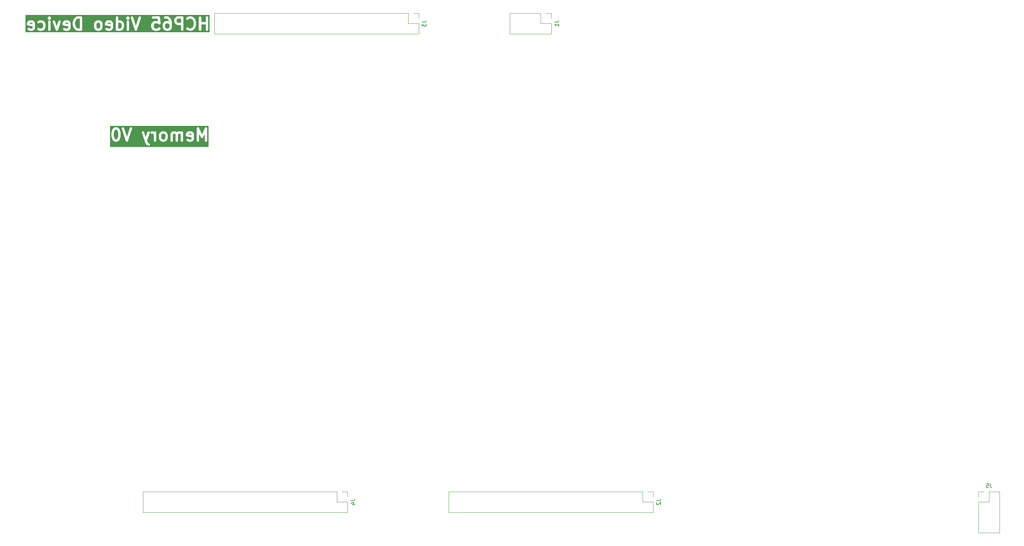
<source format=gbo>
%TF.GenerationSoftware,KiCad,Pcbnew,8.0.7*%
%TF.CreationDate,2025-01-07T21:01:10+02:00*%
%TF.ProjectId,Video Board - Memory,56696465-6f20-4426-9f61-7264202d204d,V0*%
%TF.SameCoordinates,Original*%
%TF.FileFunction,Legend,Bot*%
%TF.FilePolarity,Positive*%
%FSLAX46Y46*%
G04 Gerber Fmt 4.6, Leading zero omitted, Abs format (unit mm)*
G04 Created by KiCad (PCBNEW 8.0.7) date 2025-01-07 21:01:10*
%MOMM*%
%LPD*%
G01*
G04 APERTURE LIST*
%ADD10C,0.600000*%
%ADD11C,0.150000*%
%ADD12C,0.120000*%
G04 APERTURE END LIST*
D10*
G36*
X-3951479Y126452928D02*
G01*
X-3877469Y126378919D01*
X-3771113Y126166207D01*
X-3645200Y125662553D01*
X-3645200Y125022132D01*
X-3771113Y124518478D01*
X-3877469Y124305765D01*
X-3951478Y124231756D01*
X-4130307Y124142342D01*
X-4274379Y124142342D01*
X-4453207Y124231756D01*
X-4527216Y124305765D01*
X-4633572Y124518477D01*
X-4759486Y125022132D01*
X-4759486Y125662552D01*
X-4633572Y126166207D01*
X-4527216Y126378919D01*
X-4453206Y126452928D01*
X-4274380Y126542342D01*
X-4130306Y126542342D01*
X-3951479Y126452928D01*
G37*
G36*
X7905663Y125452929D02*
G01*
X7979672Y125378920D01*
X8069085Y125200094D01*
X8069085Y124484591D01*
X7979672Y124305765D01*
X7905663Y124231756D01*
X7726836Y124142342D01*
X7439906Y124142342D01*
X7261078Y124231756D01*
X7187070Y124305764D01*
X7097656Y124484592D01*
X7097656Y125200092D01*
X7187070Y125378920D01*
X7261079Y125452929D01*
X7439905Y125542342D01*
X7726836Y125542342D01*
X7905663Y125452929D01*
G37*
G36*
X14574050Y125475878D02*
G01*
X14640514Y125342951D01*
X14640514Y125208283D01*
X13826055Y125371175D01*
X13878406Y125475878D01*
X14011334Y125542342D01*
X14441123Y125542342D01*
X14574050Y125475878D01*
G37*
G36*
X18859561Y122209764D02*
G01*
X-5692819Y122209764D01*
X-5692819Y125699485D01*
X-5359486Y125699485D01*
X-5359486Y124985200D01*
X-5357477Y124954554D01*
X-5357536Y124951051D01*
X-5357084Y124948560D01*
X-5356919Y124946042D01*
X-5356014Y124942665D01*
X-5350529Y124912439D01*
X-5207672Y124341011D01*
X-5201222Y124320909D01*
X-5200173Y124315779D01*
X-5197661Y124309807D01*
X-5195684Y124303645D01*
X-5193144Y124299069D01*
X-5184957Y124279607D01*
X-5042100Y123993893D01*
X-5022292Y123960017D01*
X-5016296Y123953255D01*
X-5011777Y123945428D01*
X-4985903Y123915924D01*
X-4843045Y123773067D01*
X-4813541Y123747194D01*
X-4805718Y123742677D01*
X-4798955Y123736680D01*
X-4765079Y123716872D01*
X-4479365Y123574014D01*
X-4464421Y123567727D01*
X-4460005Y123565178D01*
X-4455473Y123563963D01*
X-4443193Y123558798D01*
X-4413567Y123552735D01*
X-4384358Y123544909D01*
X-4371063Y123544037D01*
X-4366468Y123543097D01*
X-4361377Y123543402D01*
X-4345200Y123542342D01*
X-4059486Y123542342D01*
X-4043308Y123543402D01*
X-4038218Y123543097D01*
X-4033622Y123544037D01*
X-4020328Y123544909D01*
X-3991118Y123552735D01*
X-3961493Y123558798D01*
X-3949212Y123563963D01*
X-3944681Y123565178D01*
X-3940264Y123567727D01*
X-3925321Y123574014D01*
X-3639608Y123716872D01*
X-3605732Y123736680D01*
X-3598970Y123742676D01*
X-3591145Y123747194D01*
X-3561641Y123773067D01*
X-3418783Y123915924D01*
X-3392909Y123945428D01*
X-3388389Y123953255D01*
X-3382394Y123960017D01*
X-3362586Y123993893D01*
X-3219729Y124279607D01*
X-3211543Y124299065D01*
X-3209002Y124303644D01*
X-3207023Y124309811D01*
X-3204513Y124315779D01*
X-3203463Y124320906D01*
X-3197014Y124341010D01*
X-3054157Y124912439D01*
X-3048671Y124942666D01*
X-3047767Y124946042D01*
X-3047601Y124948559D01*
X-3047150Y124951050D01*
X-3047208Y124954554D01*
X-3045200Y124985200D01*
X-3045200Y125699485D01*
X-3047208Y125730130D01*
X-3047150Y125733635D01*
X-3047601Y125736125D01*
X-3047767Y125738643D01*
X-3048671Y125742018D01*
X-3054157Y125772246D01*
X-3197014Y126343675D01*
X-3203463Y126363778D01*
X-3204513Y126368906D01*
X-3207023Y126374873D01*
X-3209002Y126381041D01*
X-3211543Y126385619D01*
X-3219729Y126405078D01*
X-3362586Y126690792D01*
X-3382394Y126724668D01*
X-3388389Y126731429D01*
X-3392909Y126739257D01*
X-3418783Y126768761D01*
X-3513632Y126863609D01*
X-2787302Y126863609D01*
X-2782610Y126785434D01*
X-2772662Y126747474D01*
X-1772662Y123747473D01*
X-1771815Y123745396D01*
X-1771601Y123744350D01*
X-1770448Y123742044D01*
X-1757844Y123711137D01*
X-1746103Y123693354D01*
X-1736577Y123674302D01*
X-1724623Y123660821D01*
X-1714693Y123645781D01*
X-1698751Y123631644D01*
X-1684618Y123615706D01*
X-1669580Y123605777D01*
X-1656097Y123593821D01*
X-1637037Y123584291D01*
X-1619262Y123572555D01*
X-1602170Y123566857D01*
X-1586049Y123558797D01*
X-1565171Y123554524D01*
X-1544965Y123547789D01*
X-1526982Y123546709D01*
X-1509324Y123543096D01*
X-1488050Y123544373D01*
X-1466790Y123543097D01*
X-1449139Y123546708D01*
X-1431149Y123547789D01*
X-1410934Y123554527D01*
X-1390065Y123558798D01*
X-1373949Y123566855D01*
X-1356852Y123572555D01*
X-1339068Y123584296D01*
X-1320017Y123593822D01*
X-1306540Y123605772D01*
X-1291496Y123615705D01*
X-1277357Y123631649D01*
X-1261421Y123645781D01*
X-1251493Y123660817D01*
X-1239537Y123674301D01*
X-1230009Y123693357D01*
X-1218270Y123711137D01*
X-1205667Y123742040D01*
X-1204513Y123744350D01*
X-1204298Y123745398D01*
X-1203452Y123747474D01*
X-500197Y125857238D01*
X2212312Y125857238D01*
X2218667Y125779181D01*
X2229419Y125741441D01*
X2943704Y123741441D01*
X2945940Y123736273D01*
X2947684Y123730924D01*
X3233399Y123016639D01*
X3234471Y123014395D01*
X3234778Y123013252D01*
X3236176Y123010830D01*
X3250326Y122981235D01*
X3263194Y122964034D01*
X3273936Y122945429D01*
X3295560Y122920771D01*
X3297239Y122918527D01*
X3298171Y122917792D01*
X3299810Y122915925D01*
X3442667Y122773068D01*
X3472171Y122747194D01*
X3479996Y122742676D01*
X3486758Y122736680D01*
X3520634Y122716872D01*
X3806348Y122574014D01*
X3842520Y122558798D01*
X3919245Y122543097D01*
X3997420Y122547789D01*
X4071717Y122572555D01*
X4137073Y122615705D01*
X4189032Y122674301D01*
X4224057Y122744349D01*
X4239758Y122821075D01*
X4235066Y122899249D01*
X4210300Y122973547D01*
X4167149Y123038902D01*
X4108553Y123090862D01*
X4074677Y123110670D01*
X3832506Y123231756D01*
X3767615Y123296647D01*
X3546932Y123848353D01*
X4223035Y125741441D01*
X4233788Y125779181D01*
X4240143Y125857238D01*
X4235714Y125881500D01*
X4357366Y125881500D01*
X4357366Y125803184D01*
X4377635Y125727537D01*
X4416793Y125659714D01*
X4472171Y125604336D01*
X4539994Y125565178D01*
X4615641Y125544909D01*
X4654799Y125542342D01*
X4869693Y125542342D01*
X5048520Y125452929D01*
X5122529Y125378920D01*
X5211942Y125200094D01*
X5211942Y123842342D01*
X5214509Y123803184D01*
X5234778Y123727537D01*
X5273936Y123659714D01*
X5329314Y123604336D01*
X5397137Y123565178D01*
X5472784Y123544909D01*
X5551100Y123544909D01*
X5626747Y123565178D01*
X5694570Y123604336D01*
X5749948Y123659714D01*
X5789106Y123727537D01*
X5809375Y123803184D01*
X5811942Y123842342D01*
X5811942Y125270914D01*
X6497656Y125270914D01*
X6497656Y124413771D01*
X6498716Y124397593D01*
X6498411Y124392503D01*
X6499351Y124387907D01*
X6500223Y124374613D01*
X6508049Y124345403D01*
X6514112Y124315778D01*
X6519277Y124303497D01*
X6520492Y124298966D01*
X6523041Y124294549D01*
X6529328Y124279606D01*
X6672186Y123993893D01*
X6691994Y123960017D01*
X6697988Y123953256D01*
X6702508Y123945429D01*
X6728382Y123915925D01*
X6871239Y123773068D01*
X6900743Y123747194D01*
X6908568Y123742676D01*
X6915330Y123736680D01*
X6949206Y123716872D01*
X7234920Y123574014D01*
X7249863Y123567727D01*
X7254280Y123565178D01*
X7258811Y123563963D01*
X7271092Y123558798D01*
X7300717Y123552735D01*
X7329927Y123544909D01*
X7343221Y123544037D01*
X7347817Y123543097D01*
X7352907Y123543402D01*
X7369085Y123542342D01*
X7797656Y123542342D01*
X7813833Y123543402D01*
X7818923Y123543097D01*
X7823518Y123544037D01*
X7836814Y123544909D01*
X7866026Y123552736D01*
X7895648Y123558798D01*
X7907926Y123563962D01*
X7912461Y123565178D01*
X7916880Y123567729D01*
X7931820Y123574014D01*
X8217535Y123716872D01*
X8251411Y123736680D01*
X8258171Y123742674D01*
X8265999Y123747194D01*
X8295503Y123773068D01*
X8438360Y123915925D01*
X8464234Y123945429D01*
X8468753Y123953256D01*
X8474748Y123960017D01*
X8494556Y123993893D01*
X8637413Y124279607D01*
X8643697Y124294546D01*
X8646249Y124298966D01*
X8647464Y124303500D01*
X8652629Y124315779D01*
X8658690Y124345400D01*
X8666518Y124374613D01*
X8667389Y124387908D01*
X8668330Y124392504D01*
X8668024Y124397593D01*
X8669085Y124413771D01*
X8669085Y125270914D01*
X8668024Y125287091D01*
X8668330Y125292181D01*
X8667389Y125296776D01*
X8666518Y125310072D01*
X8658690Y125339284D01*
X8652629Y125368906D01*
X8647464Y125381184D01*
X8646249Y125385719D01*
X8643697Y125390138D01*
X8637413Y125405078D01*
X8633066Y125413771D01*
X9354799Y125413771D01*
X9354799Y123842342D01*
X9357366Y123803184D01*
X9377635Y123727537D01*
X9416793Y123659714D01*
X9472171Y123604336D01*
X9539994Y123565178D01*
X9615641Y123544909D01*
X9693957Y123544909D01*
X9769604Y123565178D01*
X9837427Y123604336D01*
X9892805Y123659714D01*
X9931963Y123727537D01*
X9952232Y123803184D01*
X9954799Y123842342D01*
X9954799Y125342951D01*
X10021262Y125475878D01*
X10154191Y125542342D01*
X10441122Y125542342D01*
X10574049Y125475878D01*
X10640514Y125342950D01*
X10640514Y123842342D01*
X10643081Y123803184D01*
X10663350Y123727537D01*
X10702508Y123659714D01*
X10757886Y123604336D01*
X10825709Y123565178D01*
X10901356Y123544909D01*
X10979672Y123544909D01*
X11055319Y123565178D01*
X11123142Y123604336D01*
X11178520Y123659714D01*
X11217678Y123727537D01*
X11237947Y123803184D01*
X11240514Y123842342D01*
X11240514Y125342951D01*
X11306977Y125475878D01*
X11439905Y125542342D01*
X11726836Y125542342D01*
X11905663Y125452929D01*
X11926228Y125432364D01*
X11926228Y123842342D01*
X11928795Y123803184D01*
X11949064Y123727537D01*
X11988222Y123659714D01*
X12043600Y123604336D01*
X12111423Y123565178D01*
X12187070Y123544909D01*
X12265386Y123544909D01*
X12341033Y123565178D01*
X12408856Y123604336D01*
X12464234Y123659714D01*
X12503392Y123727537D01*
X12523661Y123803184D01*
X12526228Y123842342D01*
X12526228Y125413771D01*
X13211943Y125413771D01*
X13211943Y125128057D01*
X13214510Y125088899D01*
X13217021Y125079526D01*
X13217646Y125069838D01*
X13227124Y125041820D01*
X13234779Y125013252D01*
X13239633Y125004844D01*
X13242743Y124995652D01*
X13259146Y124971047D01*
X13273937Y124945429D01*
X13280801Y124938565D01*
X13286185Y124930489D01*
X13308401Y124910964D01*
X13329315Y124890051D01*
X13337720Y124885197D01*
X13345011Y124878791D01*
X13371516Y124865685D01*
X13397138Y124850893D01*
X13406517Y124848379D01*
X13415214Y124844080D01*
X13453108Y124833883D01*
X14640514Y124596401D01*
X14640514Y124341734D01*
X14574050Y124208806D01*
X14441122Y124142342D01*
X14011335Y124142342D01*
X13788965Y124253528D01*
X13752793Y124268744D01*
X13676068Y124284445D01*
X13597893Y124279753D01*
X13523595Y124254987D01*
X13458240Y124211837D01*
X13406280Y124153241D01*
X13371256Y124083193D01*
X13355555Y124006468D01*
X13360247Y123928293D01*
X13385013Y123853995D01*
X13428163Y123788640D01*
X13486759Y123736680D01*
X13520635Y123716872D01*
X13806349Y123574014D01*
X13821292Y123567727D01*
X13825709Y123565178D01*
X13830240Y123563963D01*
X13842521Y123558798D01*
X13872146Y123552735D01*
X13901356Y123544909D01*
X13914650Y123544037D01*
X13919246Y123543097D01*
X13924336Y123543402D01*
X13940514Y123542342D01*
X14511943Y123542342D01*
X14528120Y123543402D01*
X14533211Y123543097D01*
X14537806Y123544037D01*
X14551101Y123544909D01*
X14580310Y123552735D01*
X14609936Y123558798D01*
X14622216Y123563963D01*
X14626748Y123565178D01*
X14631164Y123567727D01*
X14646108Y123574014D01*
X14931821Y123716872D01*
X14965697Y123736680D01*
X14979176Y123748632D01*
X14994218Y123758564D01*
X15008355Y123774507D01*
X15024293Y123788640D01*
X15034221Y123803677D01*
X15046177Y123817160D01*
X15065985Y123851036D01*
X15208842Y124136750D01*
X15215126Y124151689D01*
X15217678Y124156109D01*
X15218893Y124160643D01*
X15224058Y124172922D01*
X15230119Y124202543D01*
X15237947Y124231756D01*
X15238818Y124245051D01*
X15239759Y124249647D01*
X15239453Y124254736D01*
X15240514Y124270914D01*
X15240514Y125413771D01*
X15239453Y125429948D01*
X15239759Y125435038D01*
X15238818Y125439633D01*
X15237947Y125452929D01*
X15230119Y125482141D01*
X15224058Y125511763D01*
X15218893Y125524041D01*
X15217678Y125528576D01*
X15215126Y125532995D01*
X15208842Y125547935D01*
X15065985Y125833649D01*
X15046177Y125867525D01*
X15034223Y125881005D01*
X15024293Y125896046D01*
X15008352Y125910180D01*
X14994218Y125926121D01*
X14979177Y125936051D01*
X14965697Y125948005D01*
X14931821Y125967813D01*
X14646107Y126110670D01*
X14631167Y126116954D01*
X14626748Y126119506D01*
X14622213Y126120721D01*
X14609935Y126125886D01*
X14580313Y126131947D01*
X14551101Y126139775D01*
X14537805Y126140646D01*
X14533210Y126141587D01*
X14528120Y126141281D01*
X14511943Y126142342D01*
X13940514Y126142342D01*
X13924336Y126141281D01*
X13919247Y126141587D01*
X13914651Y126140646D01*
X13901356Y126139775D01*
X13872143Y126131947D01*
X13842522Y126125886D01*
X13830243Y126120721D01*
X13825709Y126119506D01*
X13821289Y126116954D01*
X13806350Y126110670D01*
X13520636Y125967813D01*
X13486760Y125948005D01*
X13473279Y125936051D01*
X13458239Y125926121D01*
X13444104Y125910180D01*
X13428164Y125896046D01*
X13418233Y125881005D01*
X13406280Y125867525D01*
X13386472Y125833649D01*
X13243615Y125547935D01*
X13237330Y125532995D01*
X13234779Y125528576D01*
X13233563Y125524041D01*
X13228399Y125511763D01*
X13222337Y125482141D01*
X13214510Y125452929D01*
X13213638Y125439633D01*
X13212698Y125435038D01*
X13213003Y125429948D01*
X13211943Y125413771D01*
X12526228Y125413771D01*
X12526228Y125842342D01*
X12523661Y125881500D01*
X12503392Y125957147D01*
X12464234Y126024970D01*
X12408856Y126080348D01*
X12341033Y126119506D01*
X12265386Y126139775D01*
X12187070Y126139775D01*
X12111423Y126119506D01*
X12043600Y126080348D01*
X12026554Y126063302D01*
X11931820Y126110670D01*
X11916880Y126116954D01*
X11912461Y126119506D01*
X11907926Y126120721D01*
X11895648Y126125886D01*
X11866027Y126131947D01*
X11836814Y126139775D01*
X11823517Y126140646D01*
X11818922Y126141587D01*
X11813832Y126141281D01*
X11797656Y126142342D01*
X11369085Y126142342D01*
X11352907Y126141281D01*
X11347818Y126141587D01*
X11343222Y126140646D01*
X11329927Y126139775D01*
X11300714Y126131947D01*
X11271093Y126125886D01*
X11258814Y126120721D01*
X11254280Y126119506D01*
X11249860Y126116954D01*
X11234921Y126110670D01*
X10949207Y125967813D01*
X10940513Y125962729D01*
X10931820Y125967813D01*
X10646106Y126110670D01*
X10631166Y126116954D01*
X10626747Y126119506D01*
X10622212Y126120721D01*
X10609934Y126125886D01*
X10580312Y126131947D01*
X10551100Y126139775D01*
X10537804Y126140646D01*
X10533209Y126141587D01*
X10528119Y126141281D01*
X10511942Y126142342D01*
X10083371Y126142342D01*
X10067194Y126141281D01*
X10062105Y126141587D01*
X10057509Y126140646D01*
X10044213Y126139775D01*
X10014999Y126131947D01*
X9985379Y126125886D01*
X9973100Y126120721D01*
X9968566Y126119506D01*
X9964146Y126116954D01*
X9949207Y126110670D01*
X9663492Y125967813D01*
X9629616Y125948005D01*
X9616135Y125936051D01*
X9601095Y125926121D01*
X9586960Y125910180D01*
X9571020Y125896046D01*
X9561088Y125881004D01*
X9549136Y125867525D01*
X9529328Y125833649D01*
X9386471Y125547935D01*
X9380186Y125532995D01*
X9377635Y125528576D01*
X9376419Y125524041D01*
X9371255Y125511763D01*
X9365193Y125482141D01*
X9357366Y125452929D01*
X9356494Y125439633D01*
X9355554Y125435038D01*
X9355859Y125429948D01*
X9354799Y125413771D01*
X8633066Y125413771D01*
X8494556Y125690792D01*
X8474748Y125724668D01*
X8468753Y125731428D01*
X8464234Y125739256D01*
X8438360Y125768760D01*
X8295503Y125911617D01*
X8265999Y125937491D01*
X8258171Y125942010D01*
X8251411Y125948005D01*
X8217535Y125967813D01*
X7931820Y126110670D01*
X7916880Y126116954D01*
X7912461Y126119506D01*
X7907926Y126120721D01*
X7895648Y126125886D01*
X7866027Y126131947D01*
X7836814Y126139775D01*
X7823517Y126140646D01*
X7818922Y126141587D01*
X7813832Y126141281D01*
X7797656Y126142342D01*
X7369085Y126142342D01*
X7352907Y126141281D01*
X7347818Y126141587D01*
X7343222Y126140646D01*
X7329927Y126139775D01*
X7300714Y126131947D01*
X7271093Y126125886D01*
X7258814Y126120721D01*
X7254280Y126119506D01*
X7249860Y126116954D01*
X7234921Y126110670D01*
X6949207Y125967813D01*
X6915331Y125948005D01*
X6908570Y125942010D01*
X6900743Y125937491D01*
X6871239Y125911617D01*
X6728382Y125768760D01*
X6702508Y125739256D01*
X6697988Y125731428D01*
X6691994Y125724668D01*
X6672186Y125690792D01*
X6529328Y125405079D01*
X6523041Y125390135D01*
X6520492Y125385719D01*
X6519277Y125381187D01*
X6514112Y125368907D01*
X6508049Y125339281D01*
X6500223Y125310072D01*
X6499351Y125296777D01*
X6498411Y125292182D01*
X6498716Y125287091D01*
X6497656Y125270914D01*
X5811942Y125270914D01*
X5811942Y125842342D01*
X5809375Y125881500D01*
X5789106Y125957147D01*
X5749948Y126024970D01*
X5694570Y126080348D01*
X5626747Y126119506D01*
X5551100Y126139775D01*
X5472784Y126139775D01*
X5397137Y126119506D01*
X5329314Y126080348D01*
X5273936Y126024970D01*
X5267695Y126014161D01*
X5074677Y126110670D01*
X5059737Y126116954D01*
X5055318Y126119506D01*
X5050783Y126120721D01*
X5038505Y126125886D01*
X5008884Y126131947D01*
X4979671Y126139775D01*
X4966374Y126140646D01*
X4961779Y126141587D01*
X4956689Y126141281D01*
X4940513Y126142342D01*
X4654799Y126142342D01*
X4615641Y126139775D01*
X4539994Y126119506D01*
X4472171Y126080348D01*
X4416793Y126024970D01*
X4377635Y125957147D01*
X4357366Y125881500D01*
X4235714Y125881500D01*
X4226078Y125934280D01*
X4192551Y126005058D01*
X4141850Y126064746D01*
X4077427Y126109277D01*
X4003674Y126135617D01*
X3925617Y126141972D01*
X3848575Y126127906D01*
X3777797Y126094380D01*
X3718109Y126043679D01*
X3673578Y125979256D01*
X3657990Y125943243D01*
X3226227Y124734307D01*
X2794465Y125943243D01*
X2778877Y125979256D01*
X2734346Y126043679D01*
X2674658Y126094380D01*
X2603880Y126127907D01*
X2526838Y126141972D01*
X2448781Y126135617D01*
X2375028Y126109277D01*
X2310605Y126064746D01*
X2259904Y126005058D01*
X2226377Y125934280D01*
X2212312Y125857238D01*
X-500197Y125857238D01*
X-203452Y126747474D01*
X-193504Y126785434D01*
X-190088Y126842342D01*
X15926228Y126842342D01*
X15926228Y123842342D01*
X15928795Y123803184D01*
X15949064Y123727537D01*
X15988222Y123659714D01*
X16043600Y123604336D01*
X16111423Y123565178D01*
X16187070Y123544909D01*
X16265386Y123544909D01*
X16341033Y123565178D01*
X16408856Y123604336D01*
X16464234Y123659714D01*
X16503392Y123727537D01*
X16523661Y123803184D01*
X16526228Y123842342D01*
X16526228Y125490073D01*
X16954373Y124572620D01*
X16958814Y124564529D01*
X16960084Y124561039D01*
X16963086Y124556747D01*
X16973258Y124538221D01*
X16990029Y124518245D01*
X17004985Y124496873D01*
X17015112Y124488370D01*
X17023616Y124478242D01*
X17044990Y124463285D01*
X17064964Y124446516D01*
X17076946Y124440923D01*
X17087782Y124433342D01*
X17112291Y124424429D01*
X17135932Y124413397D01*
X17148958Y124411095D01*
X17161383Y124406578D01*
X17187357Y124404313D01*
X17213054Y124399774D01*
X17226233Y124400923D01*
X17239402Y124399775D01*
X17265080Y124404310D01*
X17291073Y124406577D01*
X17303503Y124411097D01*
X17316524Y124413397D01*
X17340155Y124424425D01*
X17364674Y124433341D01*
X17375512Y124440925D01*
X17387492Y124446516D01*
X17407462Y124463283D01*
X17428840Y124478242D01*
X17437343Y124488369D01*
X17447471Y124496873D01*
X17462429Y124518250D01*
X17479197Y124538221D01*
X17489368Y124556746D01*
X17492372Y124561039D01*
X17493640Y124564528D01*
X17498083Y124572619D01*
X17926228Y125490072D01*
X17926228Y123842342D01*
X17928795Y123803184D01*
X17949064Y123727537D01*
X17988222Y123659714D01*
X18043600Y123604336D01*
X18111423Y123565178D01*
X18187070Y123544909D01*
X18265386Y123544909D01*
X18341033Y123565178D01*
X18408856Y123604336D01*
X18464234Y123659714D01*
X18503392Y123727537D01*
X18523661Y123803184D01*
X18526228Y123842342D01*
X18526228Y126842342D01*
X18523661Y126881500D01*
X18520273Y126894143D01*
X18519136Y126907187D01*
X18510177Y126931823D01*
X18503392Y126957147D01*
X18496845Y126968485D01*
X18492372Y126980788D01*
X18477341Y127002267D01*
X18464234Y127024970D01*
X18454978Y127034225D01*
X18447471Y127044954D01*
X18427392Y127061811D01*
X18408856Y127080348D01*
X18397515Y127086895D01*
X18387492Y127095311D01*
X18363744Y127106393D01*
X18341033Y127119506D01*
X18328384Y127122895D01*
X18316524Y127128430D01*
X18290711Y127132989D01*
X18265386Y127139775D01*
X18252293Y127139775D01*
X18239402Y127142052D01*
X18213289Y127139775D01*
X18187070Y127139775D01*
X18174421Y127136385D01*
X18161383Y127135249D01*
X18136756Y127126293D01*
X18111423Y127119506D01*
X18100079Y127112956D01*
X18087782Y127108485D01*
X18066307Y127093458D01*
X18043600Y127080348D01*
X18034343Y127071091D01*
X18023616Y127063585D01*
X18006756Y127043504D01*
X17988222Y127024970D01*
X17981676Y127013632D01*
X17973258Y127003606D01*
X17954373Y126969207D01*
X17226228Y125408897D01*
X16498083Y126969208D01*
X16479197Y127003606D01*
X16470781Y127013629D01*
X16464234Y127024970D01*
X16445697Y127043506D01*
X16428840Y127063585D01*
X16418111Y127071092D01*
X16408856Y127080348D01*
X16386153Y127093455D01*
X16364674Y127108486D01*
X16352371Y127112959D01*
X16341033Y127119506D01*
X16315709Y127126291D01*
X16291073Y127135250D01*
X16278029Y127136387D01*
X16265386Y127139775D01*
X16239179Y127139775D01*
X16213054Y127142053D01*
X16200158Y127139775D01*
X16187070Y127139775D01*
X16161748Y127132990D01*
X16135932Y127128430D01*
X16124071Y127122895D01*
X16111423Y127119506D01*
X16088711Y127106393D01*
X16064964Y127095311D01*
X16054940Y127086895D01*
X16043600Y127080348D01*
X16025063Y127061811D01*
X16004985Y127044954D01*
X15997477Y127034225D01*
X15988222Y127024970D01*
X15975114Y127002267D01*
X15960084Y126980788D01*
X15955610Y126968485D01*
X15949064Y126957147D01*
X15942278Y126931823D01*
X15933320Y126907187D01*
X15932182Y126894143D01*
X15928795Y126881500D01*
X15926228Y126842342D01*
X-190088Y126842342D01*
X-188812Y126863609D01*
X-204513Y126940334D01*
X-239537Y127010383D01*
X-291496Y127068979D01*
X-356852Y127112129D01*
X-431149Y127136895D01*
X-509324Y127141588D01*
X-586049Y127125887D01*
X-656097Y127090863D01*
X-714693Y127038903D01*
X-757844Y126973547D01*
X-772662Y126937211D01*
X-1488057Y124791025D01*
X-2203452Y126937210D01*
X-2218270Y126973547D01*
X-2261421Y127038903D01*
X-2320017Y127090862D01*
X-2390065Y127125886D01*
X-2466790Y127141587D01*
X-2544965Y127136895D01*
X-2619262Y127112129D01*
X-2684618Y127068978D01*
X-2736577Y127010382D01*
X-2771601Y126940334D01*
X-2787302Y126863609D01*
X-3513632Y126863609D01*
X-3561641Y126911618D01*
X-3591145Y126937491D01*
X-3598969Y126942008D01*
X-3605732Y126948005D01*
X-3639608Y126967813D01*
X-3925322Y127110670D01*
X-3940261Y127116954D01*
X-3944681Y127119506D01*
X-3949215Y127120721D01*
X-3961494Y127125886D01*
X-3991115Y127131947D01*
X-4020328Y127139775D01*
X-4033623Y127140646D01*
X-4038219Y127141587D01*
X-4043308Y127141281D01*
X-4059486Y127142342D01*
X-4345200Y127142342D01*
X-4361377Y127141281D01*
X-4366467Y127141587D01*
X-4371062Y127140646D01*
X-4384358Y127139775D01*
X-4413570Y127131947D01*
X-4443192Y127125886D01*
X-4455470Y127120721D01*
X-4460005Y127119506D01*
X-4464424Y127116954D01*
X-4479364Y127110670D01*
X-4765078Y126967813D01*
X-4798954Y126948005D01*
X-4805716Y126942008D01*
X-4813541Y126937491D01*
X-4843045Y126911618D01*
X-4985903Y126768761D01*
X-5011777Y126739257D01*
X-5016296Y126731429D01*
X-5022292Y126724668D01*
X-5042100Y126690792D01*
X-5184957Y126405078D01*
X-5193144Y126385615D01*
X-5195684Y126381040D01*
X-5197661Y126374877D01*
X-5200173Y126368906D01*
X-5201222Y126363775D01*
X-5207672Y126343674D01*
X-5350529Y125772246D01*
X-5356014Y125742019D01*
X-5356919Y125738643D01*
X-5357084Y125736124D01*
X-5357536Y125733634D01*
X-5357477Y125730130D01*
X-5359486Y125699485D01*
X-5692819Y125699485D01*
X-5692819Y127475675D01*
X18859561Y127475675D01*
X18859561Y122209764D01*
G37*
G36*
X-25054234Y153161878D02*
G01*
X-24987771Y153028951D01*
X-24987771Y152894283D01*
X-25802230Y153057175D01*
X-25749878Y153161878D01*
X-25616951Y153228342D01*
X-25187163Y153228342D01*
X-25054234Y153161878D01*
G37*
G36*
X-16197091Y153161878D02*
G01*
X-16130628Y153028951D01*
X-16130628Y152894283D01*
X-16945087Y153057175D01*
X-16892735Y153161878D01*
X-16759808Y153228342D01*
X-16330020Y153228342D01*
X-16197091Y153161878D01*
G37*
G36*
X-13273485Y151828342D02*
G01*
X-13639087Y151828342D01*
X-13954288Y151933409D01*
X-14155501Y152134622D01*
X-14261857Y152347334D01*
X-14387771Y152850989D01*
X-14387771Y153205695D01*
X-14261857Y153709350D01*
X-14155501Y153922062D01*
X-13954287Y154123275D01*
X-13639088Y154228342D01*
X-13273485Y154228342D01*
X-13273485Y151828342D01*
G37*
G36*
X-8294050Y153138929D02*
G01*
X-8220041Y153064920D01*
X-8130628Y152886094D01*
X-8130628Y152170591D01*
X-8220041Y151991765D01*
X-8294049Y151917756D01*
X-8472877Y151828342D01*
X-8759807Y151828342D01*
X-8938635Y151917756D01*
X-9012644Y151991765D01*
X-9102057Y152170591D01*
X-9102057Y152886094D01*
X-9012644Y153064919D01*
X-8938634Y153138929D01*
X-8759808Y153228342D01*
X-8472877Y153228342D01*
X-8294050Y153138929D01*
G37*
G36*
X-5625662Y153161878D02*
G01*
X-5559199Y153028951D01*
X-5559199Y152894283D01*
X-6373658Y153057175D01*
X-6321306Y153161878D01*
X-6188379Y153228342D01*
X-5758591Y153228342D01*
X-5625662Y153161878D01*
G37*
G36*
X-3008335Y153138929D02*
G01*
X-2934326Y153064920D01*
X-2844913Y152886094D01*
X-2844913Y152170591D01*
X-2934326Y151991765D01*
X-3008334Y151917756D01*
X-3187162Y151828342D01*
X-3616950Y151828342D01*
X-3673485Y151856609D01*
X-3673485Y153200074D01*
X-3616950Y153228342D01*
X-3187162Y153228342D01*
X-3008335Y153138929D01*
G37*
G36*
X8991664Y152996072D02*
G01*
X9065673Y152922063D01*
X9155086Y152743237D01*
X9155086Y152170591D01*
X9065673Y151991765D01*
X8991664Y151917756D01*
X8812837Y151828342D01*
X8383050Y151828342D01*
X8204221Y151917756D01*
X8130212Y151991765D01*
X8040800Y152170591D01*
X8040800Y152743237D01*
X8130212Y152922062D01*
X8204223Y152996072D01*
X8383049Y153085485D01*
X8812837Y153085485D01*
X8991664Y152996072D01*
G37*
G36*
X12012229Y153256914D02*
G01*
X11240192Y153256914D01*
X11061364Y153346327D01*
X10987356Y153420336D01*
X10897943Y153599162D01*
X10897943Y153886094D01*
X10987356Y154064920D01*
X11061364Y154138928D01*
X11240192Y154228342D01*
X12012229Y154228342D01*
X12012229Y153256914D01*
G37*
G36*
X19088419Y150895009D02*
G01*
X-26749676Y150895009D01*
X-26749676Y153099771D01*
X-26416343Y153099771D01*
X-26416343Y152814057D01*
X-26413776Y152774899D01*
X-26411264Y152765526D01*
X-26410640Y152755838D01*
X-26401161Y152727820D01*
X-26393507Y152699252D01*
X-26388652Y152690844D01*
X-26385543Y152681652D01*
X-26369139Y152657047D01*
X-26354349Y152631429D01*
X-26347485Y152624565D01*
X-26342101Y152616489D01*
X-26319884Y152596964D01*
X-26298971Y152576051D01*
X-26290565Y152571197D01*
X-26283275Y152564791D01*
X-26256769Y152551685D01*
X-26231148Y152536893D01*
X-26221768Y152534379D01*
X-26213072Y152530080D01*
X-26175178Y152519883D01*
X-24987771Y152282401D01*
X-24987771Y152027734D01*
X-25054234Y151894806D01*
X-25187163Y151828342D01*
X-25616950Y151828342D01*
X-25839320Y151939528D01*
X-25875492Y151954744D01*
X-25952217Y151970445D01*
X-26030392Y151965753D01*
X-26104690Y151940987D01*
X-26170045Y151897837D01*
X-26222005Y151839241D01*
X-26257029Y151769193D01*
X-26272730Y151692468D01*
X-26268038Y151614293D01*
X-26243272Y151539995D01*
X-26200122Y151474640D01*
X-26141526Y151422680D01*
X-26107650Y151402872D01*
X-25821936Y151260014D01*
X-25806992Y151253727D01*
X-25802576Y151251178D01*
X-25798044Y151249963D01*
X-25785764Y151244798D01*
X-25756138Y151238735D01*
X-25726929Y151230909D01*
X-25713634Y151230037D01*
X-25709039Y151229097D01*
X-25703948Y151229402D01*
X-25687771Y151228342D01*
X-25116343Y151228342D01*
X-25100165Y151229402D01*
X-25095076Y151229097D01*
X-25090480Y151230037D01*
X-25077185Y151230909D01*
X-25047972Y151238736D01*
X-25018351Y151244798D01*
X-25006072Y151249962D01*
X-25001538Y151251178D01*
X-24997118Y151253729D01*
X-24982179Y151260014D01*
X-24696464Y151402872D01*
X-24662588Y151422680D01*
X-24649108Y151434632D01*
X-24634067Y151444564D01*
X-24619929Y151460507D01*
X-24603992Y151474640D01*
X-24594063Y151489677D01*
X-24582108Y151503160D01*
X-24562300Y151537036D01*
X-24419443Y151822750D01*
X-24413158Y151837689D01*
X-24410607Y151842109D01*
X-24409391Y151846643D01*
X-24404227Y151858922D01*
X-24398165Y151888543D01*
X-24390338Y151917756D01*
X-24389466Y151931051D01*
X-24388526Y151935647D01*
X-24388831Y151940736D01*
X-24387771Y151956914D01*
X-24387771Y153099771D01*
X-24388831Y153115948D01*
X-24388526Y153121038D01*
X-24389466Y153125633D01*
X-24390338Y153138929D01*
X-24398165Y153168141D01*
X-24404227Y153197763D01*
X-24409391Y153210041D01*
X-24410607Y153214576D01*
X-24413158Y153218995D01*
X-24419443Y153233935D01*
X-24484585Y153364219D01*
X-23844159Y153364219D01*
X-23828458Y153287493D01*
X-23793434Y153217445D01*
X-23741475Y153158849D01*
X-23676120Y153115698D01*
X-23601822Y153090932D01*
X-23523648Y153086240D01*
X-23446922Y153101941D01*
X-23410750Y153117157D01*
X-23188379Y153228342D01*
X-22758591Y153228342D01*
X-22579764Y153138929D01*
X-22505755Y153064920D01*
X-22416342Y152886094D01*
X-22416342Y152170591D01*
X-22505755Y151991765D01*
X-22579763Y151917756D01*
X-22758591Y151828342D01*
X-23188379Y151828342D01*
X-23410750Y151939528D01*
X-23446922Y151954744D01*
X-23523647Y151970445D01*
X-23601822Y151965753D01*
X-23676119Y151940987D01*
X-23741474Y151897836D01*
X-23793434Y151839240D01*
X-23828458Y151769192D01*
X-23844159Y151692467D01*
X-23839467Y151614292D01*
X-23814701Y151539995D01*
X-23771550Y151474640D01*
X-23712954Y151422680D01*
X-23679078Y151402872D01*
X-23393364Y151260014D01*
X-23378420Y151253727D01*
X-23374004Y151251178D01*
X-23369472Y151249963D01*
X-23357192Y151244798D01*
X-23327567Y151238735D01*
X-23298357Y151230909D01*
X-23285061Y151230037D01*
X-23280466Y151229097D01*
X-23275376Y151229402D01*
X-23259199Y151228342D01*
X-22687771Y151228342D01*
X-22671593Y151229402D01*
X-22666504Y151229097D01*
X-22661908Y151230037D01*
X-22648613Y151230909D01*
X-22619400Y151238736D01*
X-22589779Y151244798D01*
X-22577500Y151249962D01*
X-22572966Y151251178D01*
X-22568546Y151253729D01*
X-22553607Y151260014D01*
X-22267892Y151402872D01*
X-22234016Y151422680D01*
X-22227255Y151428674D01*
X-22219428Y151433194D01*
X-22189924Y151459068D01*
X-22047067Y151601925D01*
X-22021193Y151631429D01*
X-22016673Y151639256D01*
X-22010679Y151646017D01*
X-21990871Y151679893D01*
X-21848014Y151965607D01*
X-21841729Y151980546D01*
X-21839178Y151984966D01*
X-21837962Y151989500D01*
X-21832798Y152001779D01*
X-21826736Y152031400D01*
X-21818909Y152060613D01*
X-21818037Y152073908D01*
X-21817097Y152078504D01*
X-21817402Y152083593D01*
X-21816342Y152099771D01*
X-21816342Y152956914D01*
X-21817402Y152973091D01*
X-21817097Y152978181D01*
X-21818037Y152982776D01*
X-21818909Y152996072D01*
X-21826736Y153025284D01*
X-21832798Y153054906D01*
X-21837962Y153067184D01*
X-21839178Y153071719D01*
X-21841729Y153076138D01*
X-21848014Y153091078D01*
X-21990871Y153376792D01*
X-22010679Y153410668D01*
X-22016673Y153417428D01*
X-22021193Y153425256D01*
X-22047067Y153454760D01*
X-22120649Y153528342D01*
X-21130628Y153528342D01*
X-21130628Y151528342D01*
X-21128061Y151489184D01*
X-21107792Y151413537D01*
X-21068634Y151345714D01*
X-21013256Y151290336D01*
X-20945433Y151251178D01*
X-20869786Y151230909D01*
X-20791470Y151230909D01*
X-20715823Y151251178D01*
X-20648000Y151290336D01*
X-20592622Y151345714D01*
X-20553464Y151413537D01*
X-20533195Y151489184D01*
X-20530628Y151528342D01*
X-20530628Y153528342D01*
X-20531605Y153543238D01*
X-19987401Y153543238D01*
X-19981046Y153465181D01*
X-19970294Y153427441D01*
X-19256009Y151427441D01*
X-19240421Y151391428D01*
X-19231924Y151379135D01*
X-19225525Y151365626D01*
X-19209745Y151347050D01*
X-19195890Y151327005D01*
X-19184499Y151317328D01*
X-19174823Y151305938D01*
X-19154777Y151292082D01*
X-19136202Y151276303D01*
X-19122692Y151269903D01*
X-19110400Y151261407D01*
X-19087453Y151253212D01*
X-19065424Y151242777D01*
X-19050717Y151240092D01*
X-19036647Y151235067D01*
X-19012361Y151233089D01*
X-18988382Y151228712D01*
X-18973484Y151229924D01*
X-18958590Y151228712D01*
X-18934616Y151233088D01*
X-18910325Y151235066D01*
X-18896249Y151240093D01*
X-18881548Y151242777D01*
X-18859520Y151253210D01*
X-18836572Y151261407D01*
X-18824279Y151269903D01*
X-18810770Y151276303D01*
X-18792194Y151292082D01*
X-18772149Y151305938D01*
X-18762472Y151317328D01*
X-18751082Y151327005D01*
X-18737226Y151347050D01*
X-18721447Y151365626D01*
X-18715047Y151379136D01*
X-18706551Y151391428D01*
X-18690963Y151427441D01*
X-18093703Y153099771D01*
X-17559200Y153099771D01*
X-17559200Y152814057D01*
X-17556633Y152774899D01*
X-17554121Y152765526D01*
X-17553497Y152755838D01*
X-17544018Y152727820D01*
X-17536364Y152699252D01*
X-17531509Y152690844D01*
X-17528400Y152681652D01*
X-17511996Y152657047D01*
X-17497206Y152631429D01*
X-17490342Y152624565D01*
X-17484958Y152616489D01*
X-17462741Y152596964D01*
X-17441828Y152576051D01*
X-17433422Y152571197D01*
X-17426132Y152564791D01*
X-17399626Y152551685D01*
X-17374005Y152536893D01*
X-17364625Y152534379D01*
X-17355929Y152530080D01*
X-17318035Y152519883D01*
X-16130628Y152282401D01*
X-16130628Y152027734D01*
X-16197091Y151894806D01*
X-16330020Y151828342D01*
X-16759807Y151828342D01*
X-16982177Y151939528D01*
X-17018349Y151954744D01*
X-17095074Y151970445D01*
X-17173249Y151965753D01*
X-17247547Y151940987D01*
X-17312902Y151897837D01*
X-17364862Y151839241D01*
X-17399886Y151769193D01*
X-17415587Y151692468D01*
X-17410895Y151614293D01*
X-17386129Y151539995D01*
X-17342979Y151474640D01*
X-17284383Y151422680D01*
X-17250507Y151402872D01*
X-16964793Y151260014D01*
X-16949849Y151253727D01*
X-16945433Y151251178D01*
X-16940901Y151249963D01*
X-16928621Y151244798D01*
X-16898995Y151238735D01*
X-16869786Y151230909D01*
X-16856491Y151230037D01*
X-16851896Y151229097D01*
X-16846805Y151229402D01*
X-16830628Y151228342D01*
X-16259200Y151228342D01*
X-16243022Y151229402D01*
X-16237933Y151229097D01*
X-16233337Y151230037D01*
X-16220042Y151230909D01*
X-16190829Y151238736D01*
X-16161208Y151244798D01*
X-16148929Y151249962D01*
X-16144395Y151251178D01*
X-16139975Y151253729D01*
X-16125036Y151260014D01*
X-15839321Y151402872D01*
X-15805445Y151422680D01*
X-15791965Y151434632D01*
X-15776924Y151444564D01*
X-15762786Y151460507D01*
X-15746849Y151474640D01*
X-15736920Y151489677D01*
X-15724965Y151503160D01*
X-15705157Y151537036D01*
X-15562300Y151822750D01*
X-15556015Y151837689D01*
X-15553464Y151842109D01*
X-15552248Y151846643D01*
X-15547084Y151858922D01*
X-15541022Y151888543D01*
X-15533195Y151917756D01*
X-15532323Y151931051D01*
X-15531383Y151935647D01*
X-15531688Y151940736D01*
X-15530628Y151956914D01*
X-15530628Y153099771D01*
X-15531688Y153115948D01*
X-15531383Y153121038D01*
X-15532323Y153125633D01*
X-15533195Y153138929D01*
X-15541022Y153168141D01*
X-15547084Y153197763D01*
X-15552248Y153210041D01*
X-15553464Y153214576D01*
X-15556015Y153218995D01*
X-15562300Y153233935D01*
X-15566647Y153242628D01*
X-14987771Y153242628D01*
X-14987771Y152814057D01*
X-14985762Y152783411D01*
X-14985821Y152779908D01*
X-14985369Y152777417D01*
X-14985204Y152774899D01*
X-14984299Y152771522D01*
X-14978814Y152741296D01*
X-14835957Y152169868D01*
X-14829507Y152149766D01*
X-14828458Y152144636D01*
X-14825946Y152138664D01*
X-14823969Y152132502D01*
X-14821429Y152127926D01*
X-14813242Y152108464D01*
X-14670385Y151822750D01*
X-14650577Y151788874D01*
X-14644579Y151782110D01*
X-14640062Y151774286D01*
X-14614189Y151744782D01*
X-14328474Y151459068D01*
X-14316287Y151448381D01*
X-14312903Y151444564D01*
X-14308986Y151441978D01*
X-14298970Y151433194D01*
X-14272785Y151418076D01*
X-14247548Y151401413D01*
X-14235209Y151396381D01*
X-14231147Y151394036D01*
X-14226221Y151392716D01*
X-14211211Y151386595D01*
X-13782640Y151243737D01*
X-13744679Y151233789D01*
X-13735656Y151233247D01*
X-13726929Y151230909D01*
X-13687771Y151228342D01*
X-12973485Y151228342D01*
X-12934327Y151230909D01*
X-12858680Y151251178D01*
X-12790857Y151290336D01*
X-12735479Y151345714D01*
X-12696321Y151413537D01*
X-12676052Y151489184D01*
X-12673485Y151528342D01*
X-12673485Y152956914D01*
X-9702057Y152956914D01*
X-9702057Y152099771D01*
X-9700996Y152083593D01*
X-9701302Y152078504D01*
X-9700361Y152073908D01*
X-9699490Y152060613D01*
X-9691662Y152031400D01*
X-9685601Y152001779D01*
X-9680436Y151989500D01*
X-9679221Y151984966D01*
X-9676669Y151980546D01*
X-9670385Y151965607D01*
X-9527528Y151679893D01*
X-9507720Y151646017D01*
X-9501724Y151639255D01*
X-9497205Y151631428D01*
X-9471331Y151601924D01*
X-9328473Y151459067D01*
X-9298969Y151433194D01*
X-9291146Y151428677D01*
X-9284383Y151422680D01*
X-9250507Y151402872D01*
X-8964793Y151260014D01*
X-8949849Y151253727D01*
X-8945433Y151251178D01*
X-8940901Y151249963D01*
X-8928621Y151244798D01*
X-8898995Y151238735D01*
X-8869786Y151230909D01*
X-8856491Y151230037D01*
X-8851896Y151229097D01*
X-8846805Y151229402D01*
X-8830628Y151228342D01*
X-8402057Y151228342D01*
X-8385879Y151229402D01*
X-8380790Y151229097D01*
X-8376194Y151230037D01*
X-8362899Y151230909D01*
X-8333686Y151238736D01*
X-8304065Y151244798D01*
X-8291786Y151249962D01*
X-8287252Y151251178D01*
X-8282832Y151253729D01*
X-8267893Y151260014D01*
X-7982178Y151402872D01*
X-7948302Y151422680D01*
X-7941541Y151428674D01*
X-7933714Y151433194D01*
X-7904210Y151459068D01*
X-7761353Y151601925D01*
X-7735479Y151631429D01*
X-7730959Y151639256D01*
X-7724965Y151646017D01*
X-7705157Y151679893D01*
X-7562300Y151965607D01*
X-7556015Y151980546D01*
X-7553464Y151984966D01*
X-7552248Y151989500D01*
X-7547084Y152001779D01*
X-7541022Y152031400D01*
X-7533195Y152060613D01*
X-7532323Y152073908D01*
X-7531383Y152078504D01*
X-7531688Y152083593D01*
X-7530628Y152099771D01*
X-7530628Y152956914D01*
X-7531688Y152973091D01*
X-7531383Y152978181D01*
X-7532323Y152982776D01*
X-7533195Y152996072D01*
X-7541022Y153025284D01*
X-7547084Y153054906D01*
X-7552248Y153067184D01*
X-7553464Y153071719D01*
X-7556015Y153076138D01*
X-7562300Y153091078D01*
X-7566647Y153099771D01*
X-6987771Y153099771D01*
X-6987771Y152814057D01*
X-6985204Y152774899D01*
X-6982692Y152765526D01*
X-6982068Y152755838D01*
X-6972589Y152727820D01*
X-6964935Y152699252D01*
X-6960080Y152690844D01*
X-6956971Y152681652D01*
X-6940567Y152657047D01*
X-6925777Y152631429D01*
X-6918913Y152624565D01*
X-6913529Y152616489D01*
X-6891312Y152596964D01*
X-6870399Y152576051D01*
X-6861993Y152571197D01*
X-6854703Y152564791D01*
X-6828197Y152551685D01*
X-6802576Y152536893D01*
X-6793196Y152534379D01*
X-6784500Y152530080D01*
X-6746606Y152519883D01*
X-5559199Y152282401D01*
X-5559199Y152027734D01*
X-5625662Y151894806D01*
X-5758591Y151828342D01*
X-6188378Y151828342D01*
X-6410748Y151939528D01*
X-6446920Y151954744D01*
X-6523645Y151970445D01*
X-6601820Y151965753D01*
X-6676118Y151940987D01*
X-6741473Y151897837D01*
X-6793433Y151839241D01*
X-6828457Y151769193D01*
X-6844158Y151692468D01*
X-6839466Y151614293D01*
X-6814700Y151539995D01*
X-6771550Y151474640D01*
X-6712954Y151422680D01*
X-6679078Y151402872D01*
X-6393364Y151260014D01*
X-6378420Y151253727D01*
X-6374004Y151251178D01*
X-6369472Y151249963D01*
X-6357192Y151244798D01*
X-6327566Y151238735D01*
X-6298357Y151230909D01*
X-6285062Y151230037D01*
X-6280467Y151229097D01*
X-6275376Y151229402D01*
X-6259199Y151228342D01*
X-5687771Y151228342D01*
X-5671593Y151229402D01*
X-5666504Y151229097D01*
X-5661908Y151230037D01*
X-5648613Y151230909D01*
X-5619400Y151238736D01*
X-5589779Y151244798D01*
X-5577500Y151249962D01*
X-5572966Y151251178D01*
X-5568546Y151253729D01*
X-5553607Y151260014D01*
X-5267892Y151402872D01*
X-5234016Y151422680D01*
X-5220536Y151434632D01*
X-5205495Y151444564D01*
X-5191357Y151460507D01*
X-5175420Y151474640D01*
X-5165491Y151489677D01*
X-5153536Y151503160D01*
X-5133728Y151537036D01*
X-4990871Y151822750D01*
X-4984586Y151837689D01*
X-4982035Y151842109D01*
X-4980819Y151846643D01*
X-4975655Y151858922D01*
X-4969593Y151888543D01*
X-4961766Y151917756D01*
X-4960894Y151931051D01*
X-4959954Y151935647D01*
X-4960259Y151940736D01*
X-4959199Y151956914D01*
X-4959199Y153099771D01*
X-4960259Y153115948D01*
X-4959954Y153121038D01*
X-4960894Y153125633D01*
X-4961766Y153138929D01*
X-4969593Y153168141D01*
X-4975655Y153197763D01*
X-4980819Y153210041D01*
X-4982035Y153214576D01*
X-4984586Y153218995D01*
X-4990871Y153233935D01*
X-5133728Y153519649D01*
X-5153536Y153553525D01*
X-5165488Y153567004D01*
X-5175420Y153582046D01*
X-5191360Y153596180D01*
X-5205495Y153612121D01*
X-5220535Y153622051D01*
X-5234016Y153634005D01*
X-5267892Y153653813D01*
X-5553607Y153796670D01*
X-5568546Y153802954D01*
X-5572966Y153805506D01*
X-5577500Y153806721D01*
X-5589779Y153811886D01*
X-5619399Y153817947D01*
X-5648613Y153825775D01*
X-5661909Y153826646D01*
X-5666505Y153827587D01*
X-5671594Y153827281D01*
X-5687771Y153828342D01*
X-6259199Y153828342D01*
X-6275376Y153827281D01*
X-6280466Y153827587D01*
X-6285061Y153826646D01*
X-6298357Y153825775D01*
X-6327569Y153817947D01*
X-6357191Y153811886D01*
X-6369469Y153806721D01*
X-6374004Y153805506D01*
X-6378423Y153802954D01*
X-6393363Y153796670D01*
X-6679077Y153653813D01*
X-6712953Y153634005D01*
X-6726435Y153622049D01*
X-6741473Y153612121D01*
X-6755605Y153596183D01*
X-6771549Y153582046D01*
X-6781480Y153567004D01*
X-6793433Y153553525D01*
X-6813241Y153519649D01*
X-6956099Y153233936D01*
X-6962385Y153218992D01*
X-6964935Y153214576D01*
X-6966149Y153210044D01*
X-6971315Y153197764D01*
X-6977377Y153168138D01*
X-6985204Y153138929D01*
X-6986075Y153125634D01*
X-6987016Y153121039D01*
X-6986710Y153115948D01*
X-6987771Y153099771D01*
X-7566647Y153099771D01*
X-7705157Y153376792D01*
X-7724965Y153410668D01*
X-7730959Y153417428D01*
X-7735479Y153425256D01*
X-7761353Y153454760D01*
X-7904210Y153597617D01*
X-7933714Y153623491D01*
X-7941541Y153628010D01*
X-7948302Y153634005D01*
X-7982178Y153653813D01*
X-8267893Y153796670D01*
X-8282832Y153802954D01*
X-8287252Y153805506D01*
X-8291786Y153806721D01*
X-8304065Y153811886D01*
X-8333685Y153817947D01*
X-8362899Y153825775D01*
X-8376195Y153826646D01*
X-8380791Y153827587D01*
X-8385880Y153827281D01*
X-8402057Y153828342D01*
X-8830628Y153828342D01*
X-8846805Y153827281D01*
X-8851895Y153827587D01*
X-8856490Y153826646D01*
X-8869786Y153825775D01*
X-8898998Y153817947D01*
X-8928620Y153811886D01*
X-8940898Y153806721D01*
X-8945433Y153805506D01*
X-8949852Y153802954D01*
X-8964792Y153796670D01*
X-9250506Y153653813D01*
X-9284382Y153634005D01*
X-9291144Y153628008D01*
X-9298969Y153623491D01*
X-9328473Y153597618D01*
X-9471331Y153454761D01*
X-9497205Y153425257D01*
X-9501724Y153417429D01*
X-9507720Y153410668D01*
X-9527528Y153376792D01*
X-9670385Y153091078D01*
X-9676669Y153076138D01*
X-9679221Y153071719D01*
X-9680436Y153067184D01*
X-9685601Y153054906D01*
X-9691662Y153025284D01*
X-9699490Y152996072D01*
X-9700361Y152982776D01*
X-9701302Y152978181D01*
X-9700996Y152973091D01*
X-9702057Y152956914D01*
X-12673485Y152956914D01*
X-12673485Y154528342D01*
X-4273485Y154528342D01*
X-4273485Y151528342D01*
X-4270918Y151489184D01*
X-4250649Y151413537D01*
X-4211491Y151345714D01*
X-4156113Y151290336D01*
X-4088290Y151251178D01*
X-4012643Y151230909D01*
X-3934327Y151230909D01*
X-3858680Y151251178D01*
X-3833425Y151265759D01*
X-3821935Y151260014D01*
X-3806991Y151253727D01*
X-3802575Y151251178D01*
X-3798043Y151249963D01*
X-3785763Y151244798D01*
X-3756138Y151238735D01*
X-3726928Y151230909D01*
X-3713632Y151230037D01*
X-3709037Y151229097D01*
X-3703947Y151229402D01*
X-3687770Y151228342D01*
X-3116342Y151228342D01*
X-3100164Y151229402D01*
X-3095075Y151229097D01*
X-3090479Y151230037D01*
X-3077184Y151230909D01*
X-3047971Y151238736D01*
X-3018350Y151244798D01*
X-3006071Y151249962D01*
X-3001537Y151251178D01*
X-2997117Y151253729D01*
X-2982178Y151260014D01*
X-2696463Y151402872D01*
X-2662587Y151422680D01*
X-2655826Y151428674D01*
X-2647999Y151433194D01*
X-2618495Y151459068D01*
X-2475638Y151601925D01*
X-2449764Y151631429D01*
X-2445244Y151639256D01*
X-2439250Y151646017D01*
X-2419442Y151679893D01*
X-2276585Y151965607D01*
X-2270300Y151980546D01*
X-2267749Y151984966D01*
X-2266533Y151989500D01*
X-2261369Y152001779D01*
X-2255307Y152031400D01*
X-2247480Y152060613D01*
X-2246608Y152073908D01*
X-2245668Y152078504D01*
X-2245973Y152083593D01*
X-2244913Y152099771D01*
X-2244913Y152956914D01*
X-2245973Y152973091D01*
X-2245668Y152978181D01*
X-2246608Y152982776D01*
X-2247480Y152996072D01*
X-2255307Y153025284D01*
X-2261369Y153054906D01*
X-2266533Y153067184D01*
X-2267749Y153071719D01*
X-2270300Y153076138D01*
X-2276585Y153091078D01*
X-2419442Y153376792D01*
X-2439250Y153410668D01*
X-2445244Y153417428D01*
X-2449764Y153425256D01*
X-2475638Y153454760D01*
X-2549220Y153528342D01*
X-1559199Y153528342D01*
X-1559199Y151528342D01*
X-1556632Y151489184D01*
X-1536363Y151413537D01*
X-1497205Y151345714D01*
X-1441827Y151290336D01*
X-1374004Y151251178D01*
X-1298357Y151230909D01*
X-1220041Y151230909D01*
X-1144394Y151251178D01*
X-1076571Y151290336D01*
X-1021193Y151345714D01*
X-982035Y151413537D01*
X-961766Y151489184D01*
X-959199Y151528342D01*
X-959199Y153528342D01*
X-961766Y153567500D01*
X-982035Y153643147D01*
X-1021193Y153710970D01*
X-1076571Y153766348D01*
X-1144394Y153805506D01*
X-1220041Y153825775D01*
X-1298357Y153825775D01*
X-1374004Y153805506D01*
X-1441827Y153766348D01*
X-1497205Y153710970D01*
X-1536363Y153643147D01*
X-1556632Y153567500D01*
X-1559199Y153528342D01*
X-2549220Y153528342D01*
X-2618495Y153597617D01*
X-2647999Y153623491D01*
X-2655826Y153628010D01*
X-2662587Y153634005D01*
X-2696463Y153653813D01*
X-2982178Y153796670D01*
X-2997117Y153802954D01*
X-3001537Y153805506D01*
X-3006071Y153806721D01*
X-3018350Y153811886D01*
X-3047970Y153817947D01*
X-3077184Y153825775D01*
X-3090480Y153826646D01*
X-3095076Y153827587D01*
X-3100165Y153827281D01*
X-3116342Y153828342D01*
X-3673485Y153828342D01*
X-3673485Y154424643D01*
X-1699489Y154424643D01*
X-1699489Y154346327D01*
X-1679220Y154270680D01*
X-1640062Y154202857D01*
X-1614188Y154173353D01*
X-1471331Y154030496D01*
X-1441828Y154004623D01*
X-1441827Y154004622D01*
X-1374004Y153965464D01*
X-1298357Y153945195D01*
X-1220041Y153945195D01*
X-1144394Y153965464D01*
X-1076571Y154004622D01*
X-1076570Y154004623D01*
X-1047067Y154030496D01*
X-904210Y154173353D01*
X-878336Y154202857D01*
X-839178Y154270680D01*
X-818909Y154346327D01*
X-818909Y154424643D01*
X-839178Y154500290D01*
X-867653Y154549609D01*
X-558444Y154549609D01*
X-553752Y154471434D01*
X-543804Y154433474D01*
X456195Y151433474D01*
X457041Y151431398D01*
X457256Y151430350D01*
X458410Y151428040D01*
X471013Y151397137D01*
X482752Y151379356D01*
X492280Y151360302D01*
X504235Y151346819D01*
X514164Y151331782D01*
X530101Y151317649D01*
X544239Y151301706D01*
X559280Y151291774D01*
X572760Y151279822D01*
X591812Y151270295D01*
X609595Y151258555D01*
X626692Y151252855D01*
X642808Y151244798D01*
X663677Y151240527D01*
X683892Y151233789D01*
X701880Y151232709D01*
X719533Y151229097D01*
X740797Y151230373D01*
X762067Y151229097D01*
X779724Y151232710D01*
X797708Y151233790D01*
X817916Y151240526D01*
X838792Y151244798D01*
X854908Y151252856D01*
X872005Y151258555D01*
X889785Y151270294D01*
X908840Y151279822D01*
X922322Y151291777D01*
X937360Y151301706D01*
X951492Y151317643D01*
X967436Y151331781D01*
X977367Y151346822D01*
X989320Y151360302D01*
X998846Y151379354D01*
X1010587Y151397137D01*
X1023189Y151428040D01*
X1024344Y151430350D01*
X1024558Y151431398D01*
X1025405Y151433474D01*
X1485599Y152814057D01*
X4583657Y152814057D01*
X4583657Y152099771D01*
X4584717Y152083593D01*
X4584412Y152078504D01*
X4585352Y152073908D01*
X4586224Y152060613D01*
X4594051Y152031400D01*
X4600113Y152001779D01*
X4605277Y151989500D01*
X4606493Y151984966D01*
X4609044Y151980546D01*
X4615329Y151965607D01*
X4758186Y151679893D01*
X4777994Y151646017D01*
X4783989Y151639255D01*
X4788509Y151631428D01*
X4814383Y151601924D01*
X4957241Y151459067D01*
X4986745Y151433194D01*
X4994567Y151428677D01*
X5001331Y151422680D01*
X5035207Y151402872D01*
X5320921Y151260014D01*
X5335864Y151253727D01*
X5340281Y151251178D01*
X5344812Y151249963D01*
X5357093Y151244798D01*
X5386718Y151238735D01*
X5415928Y151230909D01*
X5429222Y151230037D01*
X5433818Y151229097D01*
X5438908Y151229402D01*
X5455086Y151228342D01*
X6169372Y151228342D01*
X6185549Y151229402D01*
X6190640Y151229097D01*
X6195235Y151230037D01*
X6208530Y151230909D01*
X6237739Y151238735D01*
X6267365Y151244798D01*
X6279645Y151249963D01*
X6284177Y151251178D01*
X6288593Y151253727D01*
X6303537Y151260014D01*
X6589250Y151402872D01*
X6623126Y151422680D01*
X6629886Y151428674D01*
X6637714Y151433194D01*
X6667218Y151459068D01*
X6810075Y151601925D01*
X6835949Y151631429D01*
X6875107Y151699252D01*
X6895376Y151774899D01*
X6895376Y151853215D01*
X6875107Y151928862D01*
X6835949Y151996685D01*
X6780571Y152052063D01*
X6712748Y152091221D01*
X6637101Y152111490D01*
X6558785Y152111490D01*
X6483138Y152091221D01*
X6415315Y152052063D01*
X6385811Y152026189D01*
X6277378Y151917756D01*
X6098551Y151828342D01*
X5525907Y151828342D01*
X5347078Y151917756D01*
X5273069Y151991765D01*
X5183657Y152170591D01*
X5183657Y152743237D01*
X5273069Y152922062D01*
X5347080Y152996072D01*
X5525906Y153085485D01*
X6098552Y153085485D01*
X6277378Y152996072D01*
X6385811Y152887639D01*
X6415315Y152861765D01*
X6428300Y152854267D01*
X6439904Y152844774D01*
X6462071Y152834769D01*
X6483138Y152822607D01*
X6497621Y152818726D01*
X6511287Y152812559D01*
X6535291Y152808632D01*
X6558785Y152802338D01*
X6573779Y152802338D01*
X6588575Y152799918D01*
X6612774Y152802338D01*
X6637101Y152802338D01*
X6651587Y152806219D01*
X6666502Y152807711D01*
X6683288Y152814057D01*
X7440800Y152814057D01*
X7440800Y152099771D01*
X7441860Y152083593D01*
X7441555Y152078504D01*
X7442495Y152073908D01*
X7443367Y152060613D01*
X7451194Y152031400D01*
X7457256Y152001779D01*
X7462420Y151989500D01*
X7463636Y151984966D01*
X7466187Y151980546D01*
X7472472Y151965607D01*
X7615329Y151679893D01*
X7635137Y151646017D01*
X7641132Y151639255D01*
X7645652Y151631428D01*
X7671526Y151601924D01*
X7814384Y151459067D01*
X7843888Y151433194D01*
X7851710Y151428677D01*
X7858474Y151422680D01*
X7892350Y151402872D01*
X8178064Y151260014D01*
X8193007Y151253727D01*
X8197424Y151251178D01*
X8201955Y151249963D01*
X8214236Y151244798D01*
X8243861Y151238735D01*
X8273071Y151230909D01*
X8286365Y151230037D01*
X8290961Y151229097D01*
X8296051Y151229402D01*
X8312229Y151228342D01*
X8883657Y151228342D01*
X8899834Y151229402D01*
X8904924Y151229097D01*
X8909519Y151230037D01*
X8922815Y151230909D01*
X8952027Y151238736D01*
X8981649Y151244798D01*
X8993927Y151249962D01*
X8998462Y151251178D01*
X9002881Y151253729D01*
X9017821Y151260014D01*
X9303536Y151402872D01*
X9337412Y151422680D01*
X9344172Y151428674D01*
X9352000Y151433194D01*
X9381504Y151459068D01*
X9524361Y151601925D01*
X9550235Y151631429D01*
X9554754Y151639256D01*
X9560749Y151646017D01*
X9580557Y151679893D01*
X9723414Y151965607D01*
X9729698Y151980546D01*
X9732250Y151984966D01*
X9733465Y151989500D01*
X9738630Y152001779D01*
X9744691Y152031400D01*
X9752519Y152060613D01*
X9753390Y152073908D01*
X9754331Y152078504D01*
X9754025Y152083593D01*
X9755086Y152099771D01*
X9755086Y153242628D01*
X9753077Y153273273D01*
X9753136Y153276778D01*
X9752684Y153279268D01*
X9752519Y153281786D01*
X9751614Y153285161D01*
X9746129Y153315389D01*
X9603272Y153886818D01*
X9591284Y153924184D01*
X9585348Y153934875D01*
X9581429Y153946462D01*
X9575409Y153956914D01*
X10297943Y153956914D01*
X10297943Y153528342D01*
X10299003Y153512164D01*
X10298698Y153507075D01*
X10299638Y153502479D01*
X10300510Y153489184D01*
X10308337Y153459971D01*
X10314399Y153430350D01*
X10319563Y153418071D01*
X10320779Y153413537D01*
X10323330Y153409117D01*
X10329615Y153394178D01*
X10472472Y153108464D01*
X10492280Y153074588D01*
X10498274Y153067827D01*
X10502794Y153060000D01*
X10528668Y153030496D01*
X10671525Y152887639D01*
X10701029Y152861765D01*
X10708856Y152857245D01*
X10715617Y152851251D01*
X10749493Y152831443D01*
X11035208Y152688586D01*
X11050147Y152682301D01*
X11054567Y152679750D01*
X11059101Y152678534D01*
X11071380Y152673370D01*
X11101000Y152667308D01*
X11130214Y152659481D01*
X11143510Y152658609D01*
X11148106Y152657669D01*
X11153195Y152657974D01*
X11169372Y152656914D01*
X12012229Y152656914D01*
X12012229Y151528342D01*
X12014796Y151489184D01*
X12035065Y151413537D01*
X12074223Y151345714D01*
X12129601Y151290336D01*
X12197424Y151251178D01*
X12273071Y151230909D01*
X12351387Y151230909D01*
X12427034Y151251178D01*
X12494857Y151290336D01*
X12550235Y151345714D01*
X12589393Y151413537D01*
X12609662Y151489184D01*
X12612229Y151528342D01*
X12612229Y154281786D01*
X13300510Y154281786D01*
X13300510Y154203470D01*
X13320779Y154127823D01*
X13359937Y154060000D01*
X13415315Y154004622D01*
X13483138Y153965464D01*
X13558785Y153945195D01*
X13637101Y153945195D01*
X13712748Y153965464D01*
X13780571Y154004622D01*
X13810075Y154030496D01*
X13902854Y154123275D01*
X14218055Y154228342D01*
X14406403Y154228342D01*
X14721603Y154123274D01*
X14922816Y153922062D01*
X15029172Y153709350D01*
X15155086Y153205696D01*
X15155086Y152850989D01*
X15029172Y152347335D01*
X14922816Y152134622D01*
X14721603Y151933409D01*
X14406402Y151828342D01*
X14218056Y151828342D01*
X13902854Y151933409D01*
X13810075Y152026189D01*
X13780571Y152052063D01*
X13712748Y152091221D01*
X13637101Y152111490D01*
X13558785Y152111490D01*
X13483138Y152091221D01*
X13415315Y152052063D01*
X13359937Y151996685D01*
X13320779Y151928862D01*
X13300510Y151853215D01*
X13300510Y151774899D01*
X13320779Y151699252D01*
X13359937Y151631429D01*
X13385811Y151601925D01*
X13528668Y151459068D01*
X13540854Y151448380D01*
X13544239Y151444564D01*
X13548155Y151441978D01*
X13558172Y151433194D01*
X13584361Y151418073D01*
X13609595Y151401413D01*
X13621931Y151396382D01*
X13625995Y151394036D01*
X13630921Y151392716D01*
X13645931Y151386595D01*
X14074503Y151243737D01*
X14112464Y151233789D01*
X14121486Y151233247D01*
X14130214Y151230909D01*
X14169372Y151228342D01*
X14455086Y151228342D01*
X14494244Y151230909D01*
X14502975Y151233248D01*
X14511995Y151233790D01*
X14549955Y151243737D01*
X14978526Y151386595D01*
X14993536Y151392716D01*
X14998462Y151394036D01*
X15002524Y151396381D01*
X15014863Y151401413D01*
X15040100Y151418076D01*
X15066285Y151433194D01*
X15076301Y151441978D01*
X15080218Y151444564D01*
X15083602Y151448381D01*
X15095789Y151459068D01*
X15381503Y151744781D01*
X15407377Y151774285D01*
X15411896Y151782112D01*
X15417892Y151788874D01*
X15437700Y151822750D01*
X15580557Y152108464D01*
X15588742Y152127922D01*
X15591284Y152132501D01*
X15593262Y152138668D01*
X15595773Y152144636D01*
X15596822Y152149763D01*
X15603272Y152169867D01*
X15746129Y152741296D01*
X15751614Y152771523D01*
X15752519Y152774899D01*
X15752684Y152777416D01*
X15753136Y152779907D01*
X15753077Y152783411D01*
X15755086Y152814057D01*
X15755086Y153242628D01*
X15753077Y153273273D01*
X15753136Y153276778D01*
X15752684Y153279268D01*
X15752519Y153281786D01*
X15751614Y153285161D01*
X15746129Y153315389D01*
X15603272Y153886818D01*
X15596822Y153906921D01*
X15595773Y153912049D01*
X15593262Y153918016D01*
X15591284Y153924184D01*
X15588742Y153928762D01*
X15580557Y153948221D01*
X15437700Y154233935D01*
X15417892Y154267811D01*
X15411896Y154274572D01*
X15407377Y154282400D01*
X15381503Y154311904D01*
X15165064Y154528342D01*
X16440800Y154528342D01*
X16440800Y151528342D01*
X16443367Y151489184D01*
X16463636Y151413537D01*
X16502794Y151345714D01*
X16558172Y151290336D01*
X16625995Y151251178D01*
X16701642Y151230909D01*
X16779958Y151230909D01*
X16855605Y151251178D01*
X16923428Y151290336D01*
X16978806Y151345714D01*
X17017964Y151413537D01*
X17038233Y151489184D01*
X17040800Y151528342D01*
X17040800Y152799771D01*
X18155086Y152799771D01*
X18155086Y151528342D01*
X18157653Y151489184D01*
X18177922Y151413537D01*
X18217080Y151345714D01*
X18272458Y151290336D01*
X18340281Y151251178D01*
X18415928Y151230909D01*
X18494244Y151230909D01*
X18569891Y151251178D01*
X18637714Y151290336D01*
X18693092Y151345714D01*
X18732250Y151413537D01*
X18752519Y151489184D01*
X18755086Y151528342D01*
X18755086Y154528342D01*
X18752519Y154567500D01*
X18732250Y154643147D01*
X18693092Y154710970D01*
X18637714Y154766348D01*
X18569891Y154805506D01*
X18494244Y154825775D01*
X18415928Y154825775D01*
X18340281Y154805506D01*
X18272458Y154766348D01*
X18217080Y154710970D01*
X18177922Y154643147D01*
X18157653Y154567500D01*
X18155086Y154528342D01*
X18155086Y153399771D01*
X17040800Y153399771D01*
X17040800Y154528342D01*
X17038233Y154567500D01*
X17017964Y154643147D01*
X16978806Y154710970D01*
X16923428Y154766348D01*
X16855605Y154805506D01*
X16779958Y154825775D01*
X16701642Y154825775D01*
X16625995Y154805506D01*
X16558172Y154766348D01*
X16502794Y154710970D01*
X16463636Y154643147D01*
X16443367Y154567500D01*
X16440800Y154528342D01*
X15165064Y154528342D01*
X15095789Y154597617D01*
X15083598Y154608307D01*
X15080217Y154612121D01*
X15076304Y154614704D01*
X15066285Y154623491D01*
X15040092Y154638613D01*
X15014862Y154655272D01*
X15002526Y154660302D01*
X14998462Y154662649D01*
X14993534Y154663969D01*
X14978525Y154670090D01*
X14549954Y154812947D01*
X14511994Y154822895D01*
X14502971Y154823436D01*
X14494244Y154825775D01*
X14455086Y154828342D01*
X14169372Y154828342D01*
X14130214Y154825775D01*
X14121482Y154823435D01*
X14112464Y154822894D01*
X14074503Y154812947D01*
X13645932Y154670090D01*
X13630922Y154663969D01*
X13625995Y154662649D01*
X13621930Y154660302D01*
X13609595Y154655272D01*
X13584364Y154638613D01*
X13558172Y154623491D01*
X13548152Y154614704D01*
X13544240Y154612121D01*
X13540858Y154608307D01*
X13528668Y154597617D01*
X13385811Y154454760D01*
X13359937Y154425256D01*
X13320779Y154357433D01*
X13300510Y154281786D01*
X12612229Y154281786D01*
X12612229Y154528342D01*
X12609662Y154567500D01*
X12589393Y154643147D01*
X12550235Y154710970D01*
X12494857Y154766348D01*
X12427034Y154805506D01*
X12351387Y154825775D01*
X12312229Y154828342D01*
X11169372Y154828342D01*
X11153195Y154827281D01*
X11148106Y154827587D01*
X11143510Y154826646D01*
X11130214Y154825775D01*
X11101000Y154817947D01*
X11071380Y154811886D01*
X11059101Y154806721D01*
X11054567Y154805506D01*
X11050147Y154802954D01*
X11035208Y154796670D01*
X10749493Y154653813D01*
X10715617Y154634005D01*
X10708856Y154628010D01*
X10701029Y154623491D01*
X10671525Y154597617D01*
X10528668Y154454760D01*
X10502794Y154425256D01*
X10498274Y154417428D01*
X10492280Y154410668D01*
X10472472Y154376792D01*
X10329615Y154091078D01*
X10323330Y154076138D01*
X10320779Y154071719D01*
X10319563Y154067184D01*
X10314399Y154054906D01*
X10308337Y154025284D01*
X10300510Y153996072D01*
X10299638Y153982776D01*
X10298698Y153978181D01*
X10299003Y153973091D01*
X10297943Y153956914D01*
X9575409Y153956914D01*
X9561844Y153980467D01*
X9276130Y154409038D01*
X9266999Y154420963D01*
X9264520Y154425257D01*
X9258148Y154432522D01*
X9252273Y154440196D01*
X9248548Y154443469D01*
X9238646Y154454761D01*
X9095788Y154597618D01*
X9066284Y154623491D01*
X9058459Y154628008D01*
X9051697Y154634005D01*
X9017821Y154653813D01*
X8732107Y154796670D01*
X8717167Y154802954D01*
X8712748Y154805506D01*
X8708213Y154806721D01*
X8695935Y154811886D01*
X8666313Y154817947D01*
X8637101Y154825775D01*
X8623805Y154826646D01*
X8619210Y154827587D01*
X8614120Y154827281D01*
X8597943Y154828342D01*
X8026515Y154828342D01*
X7987357Y154825775D01*
X7911710Y154805506D01*
X7843887Y154766348D01*
X7788509Y154710970D01*
X7749351Y154643147D01*
X7729082Y154567500D01*
X7729082Y154489184D01*
X7749351Y154413537D01*
X7788509Y154345714D01*
X7843887Y154290336D01*
X7911710Y154251178D01*
X7987357Y154230909D01*
X8026515Y154228342D01*
X8527123Y154228342D01*
X8705949Y154138928D01*
X8793378Y154051500D01*
X9033788Y153690884D01*
X9046661Y153639392D01*
X9017821Y153653813D01*
X9002881Y153660097D01*
X8998462Y153662649D01*
X8993927Y153663864D01*
X8981649Y153669029D01*
X8952028Y153675090D01*
X8922815Y153682918D01*
X8909518Y153683789D01*
X8904923Y153684730D01*
X8899833Y153684424D01*
X8883657Y153685485D01*
X8312229Y153685485D01*
X8296051Y153684424D01*
X8290962Y153684730D01*
X8286366Y153683789D01*
X8273071Y153682918D01*
X8243858Y153675090D01*
X8214237Y153669029D01*
X8201958Y153663864D01*
X8197424Y153662649D01*
X8193004Y153660097D01*
X8178065Y153653813D01*
X7892351Y153510956D01*
X7858475Y153491148D01*
X7851712Y153485151D01*
X7843888Y153480634D01*
X7814384Y153454761D01*
X7671526Y153311904D01*
X7645652Y153282400D01*
X7641132Y153274572D01*
X7635137Y153267811D01*
X7615329Y153233935D01*
X7472472Y152948221D01*
X7466187Y152933281D01*
X7463636Y152928862D01*
X7462420Y152924327D01*
X7457256Y152912049D01*
X7451194Y152882427D01*
X7443367Y152853215D01*
X7442495Y152839919D01*
X7441555Y152835324D01*
X7441860Y152830234D01*
X7440800Y152814057D01*
X6683288Y152814057D01*
X6689247Y152816310D01*
X6712748Y152822607D01*
X6725733Y152830104D01*
X6739757Y152835406D01*
X6759508Y152849604D01*
X6780571Y152861765D01*
X6791171Y152872365D01*
X6803347Y152881118D01*
X6818750Y152899944D01*
X6835949Y152917143D01*
X6843446Y152930128D01*
X6852940Y152941732D01*
X6862944Y152963899D01*
X6875107Y152984966D01*
X6878987Y152999449D01*
X6885155Y153013115D01*
X6889081Y153037119D01*
X6895376Y153060613D01*
X6895376Y153075606D01*
X6897796Y153090403D01*
X6896454Y153129622D01*
X6753597Y154558193D01*
X6752519Y154564662D01*
X6752519Y154567500D01*
X6751268Y154572167D01*
X6747147Y154596901D01*
X6738545Y154619652D01*
X6732250Y154643147D01*
X6724753Y154656131D01*
X6719451Y154670156D01*
X6705252Y154689907D01*
X6693092Y154710970D01*
X6682491Y154721570D01*
X6673739Y154733746D01*
X6654912Y154749149D01*
X6637714Y154766348D01*
X6624728Y154773845D01*
X6613125Y154783339D01*
X6590957Y154793343D01*
X6569891Y154805506D01*
X6555407Y154809386D01*
X6541742Y154815554D01*
X6517737Y154819480D01*
X6494244Y154825775D01*
X6469220Y154827415D01*
X6464454Y154828195D01*
X6461632Y154827912D01*
X6455086Y154828342D01*
X5026514Y154828342D01*
X4987356Y154825775D01*
X4911709Y154805506D01*
X4843886Y154766348D01*
X4788508Y154710970D01*
X4749350Y154643147D01*
X4729081Y154567500D01*
X4729081Y154489184D01*
X4749350Y154413537D01*
X4788508Y154345714D01*
X4843886Y154290336D01*
X4911709Y154251178D01*
X4987356Y154230909D01*
X5026514Y154228342D01*
X6183590Y154228342D01*
X6238939Y153674845D01*
X6237742Y153675090D01*
X6208530Y153682918D01*
X6195234Y153683789D01*
X6190639Y153684730D01*
X6185549Y153684424D01*
X6169372Y153685485D01*
X5455086Y153685485D01*
X5438908Y153684424D01*
X5433819Y153684730D01*
X5429223Y153683789D01*
X5415928Y153682918D01*
X5386715Y153675090D01*
X5357094Y153669029D01*
X5344815Y153663864D01*
X5340281Y153662649D01*
X5335861Y153660097D01*
X5320922Y153653813D01*
X5035208Y153510956D01*
X5001332Y153491148D01*
X4994569Y153485151D01*
X4986745Y153480634D01*
X4957241Y153454761D01*
X4814383Y153311904D01*
X4788509Y153282400D01*
X4783989Y153274572D01*
X4777994Y153267811D01*
X4758186Y153233935D01*
X4615329Y152948221D01*
X4609044Y152933281D01*
X4606493Y152928862D01*
X4605277Y152924327D01*
X4600113Y152912049D01*
X4594051Y152882427D01*
X4586224Y152853215D01*
X4585352Y152839919D01*
X4584412Y152835324D01*
X4584717Y152830234D01*
X4583657Y152814057D01*
X1485599Y152814057D01*
X2025405Y154433474D01*
X2035353Y154471434D01*
X2040045Y154549609D01*
X2024344Y154626334D01*
X1989320Y154696383D01*
X1937361Y154754979D01*
X1872005Y154798129D01*
X1797708Y154822895D01*
X1719533Y154827588D01*
X1642808Y154811887D01*
X1572760Y154776863D01*
X1514164Y154724903D01*
X1471013Y154659547D01*
X1456195Y154623211D01*
X740800Y152477025D01*
X25406Y154623210D01*
X10588Y154659547D01*
X-32563Y154724902D01*
X-91159Y154776862D01*
X-161207Y154811886D01*
X-237932Y154827587D01*
X-316107Y154822895D01*
X-390404Y154798129D01*
X-455759Y154754978D01*
X-507719Y154696382D01*
X-542743Y154626334D01*
X-558444Y154549609D01*
X-867653Y154549609D01*
X-878336Y154568113D01*
X-904210Y154597617D01*
X-1047067Y154740474D01*
X-1076571Y154766348D01*
X-1144394Y154805506D01*
X-1220041Y154825775D01*
X-1298357Y154825775D01*
X-1374004Y154805506D01*
X-1441827Y154766348D01*
X-1471331Y154740474D01*
X-1614188Y154597617D01*
X-1640062Y154568113D01*
X-1679220Y154500290D01*
X-1699489Y154424643D01*
X-3673485Y154424643D01*
X-3673485Y154528342D01*
X-3676052Y154567500D01*
X-3696321Y154643147D01*
X-3735479Y154710970D01*
X-3790857Y154766348D01*
X-3858680Y154805506D01*
X-3934327Y154825775D01*
X-4012643Y154825775D01*
X-4088290Y154805506D01*
X-4156113Y154766348D01*
X-4211491Y154710970D01*
X-4250649Y154643147D01*
X-4270918Y154567500D01*
X-4273485Y154528342D01*
X-12673485Y154528342D01*
X-12676052Y154567500D01*
X-12696321Y154643147D01*
X-12735479Y154710970D01*
X-12790857Y154766348D01*
X-12858680Y154805506D01*
X-12934327Y154825775D01*
X-12973485Y154828342D01*
X-13687771Y154828342D01*
X-13726929Y154825775D01*
X-13735660Y154823435D01*
X-13744680Y154822894D01*
X-13782640Y154812947D01*
X-14211210Y154670090D01*
X-14226219Y154663969D01*
X-14231147Y154662649D01*
X-14235211Y154660302D01*
X-14247547Y154655272D01*
X-14272780Y154638611D01*
X-14298970Y154623491D01*
X-14308986Y154614706D01*
X-14312903Y154612121D01*
X-14316287Y154608304D01*
X-14328474Y154597617D01*
X-14614189Y154311903D01*
X-14640062Y154282399D01*
X-14644579Y154274574D01*
X-14650577Y154267811D01*
X-14670385Y154233935D01*
X-14813242Y153948221D01*
X-14821429Y153928758D01*
X-14823969Y153924183D01*
X-14825946Y153918020D01*
X-14828458Y153912049D01*
X-14829507Y153906918D01*
X-14835957Y153886817D01*
X-14978814Y153315389D01*
X-14984299Y153285162D01*
X-14985204Y153281786D01*
X-14985369Y153279267D01*
X-14985821Y153276777D01*
X-14985762Y153273273D01*
X-14987771Y153242628D01*
X-15566647Y153242628D01*
X-15705157Y153519649D01*
X-15724965Y153553525D01*
X-15736917Y153567004D01*
X-15746849Y153582046D01*
X-15762789Y153596180D01*
X-15776924Y153612121D01*
X-15791964Y153622051D01*
X-15805445Y153634005D01*
X-15839321Y153653813D01*
X-16125036Y153796670D01*
X-16139975Y153802954D01*
X-16144395Y153805506D01*
X-16148929Y153806721D01*
X-16161208Y153811886D01*
X-16190828Y153817947D01*
X-16220042Y153825775D01*
X-16233338Y153826646D01*
X-16237934Y153827587D01*
X-16243023Y153827281D01*
X-16259200Y153828342D01*
X-16830628Y153828342D01*
X-16846805Y153827281D01*
X-16851895Y153827587D01*
X-16856490Y153826646D01*
X-16869786Y153825775D01*
X-16898998Y153817947D01*
X-16928620Y153811886D01*
X-16940898Y153806721D01*
X-16945433Y153805506D01*
X-16949852Y153802954D01*
X-16964792Y153796670D01*
X-17250506Y153653813D01*
X-17284382Y153634005D01*
X-17297864Y153622049D01*
X-17312902Y153612121D01*
X-17327034Y153596183D01*
X-17342978Y153582046D01*
X-17352909Y153567004D01*
X-17364862Y153553525D01*
X-17384670Y153519649D01*
X-17527528Y153233936D01*
X-17533814Y153218992D01*
X-17536364Y153214576D01*
X-17537578Y153210044D01*
X-17542744Y153197764D01*
X-17548806Y153168138D01*
X-17556633Y153138929D01*
X-17557504Y153125634D01*
X-17558445Y153121039D01*
X-17558139Y153115948D01*
X-17559200Y153099771D01*
X-18093703Y153099771D01*
X-17976678Y153427441D01*
X-17965925Y153465181D01*
X-17959570Y153543238D01*
X-17973635Y153620280D01*
X-18007162Y153691058D01*
X-18057863Y153750746D01*
X-18122286Y153795277D01*
X-18196039Y153821617D01*
X-18274096Y153827972D01*
X-18351138Y153813906D01*
X-18421916Y153780380D01*
X-18481604Y153729679D01*
X-18526135Y153665256D01*
X-18541723Y153629243D01*
X-18973485Y152420307D01*
X-19405248Y153629243D01*
X-19420836Y153665256D01*
X-19465367Y153729679D01*
X-19525055Y153780380D01*
X-19595833Y153813907D01*
X-19672875Y153827972D01*
X-19750932Y153821617D01*
X-19824685Y153795277D01*
X-19889108Y153750746D01*
X-19939809Y153691058D01*
X-19973336Y153620280D01*
X-19987401Y153543238D01*
X-20531605Y153543238D01*
X-20533195Y153567500D01*
X-20553464Y153643147D01*
X-20592622Y153710970D01*
X-20648000Y153766348D01*
X-20715823Y153805506D01*
X-20791470Y153825775D01*
X-20869786Y153825775D01*
X-20945433Y153805506D01*
X-21013256Y153766348D01*
X-21068634Y153710970D01*
X-21107792Y153643147D01*
X-21128061Y153567500D01*
X-21130628Y153528342D01*
X-22120649Y153528342D01*
X-22189924Y153597617D01*
X-22219428Y153623491D01*
X-22227255Y153628010D01*
X-22234016Y153634005D01*
X-22267892Y153653813D01*
X-22553607Y153796670D01*
X-22568546Y153802954D01*
X-22572966Y153805506D01*
X-22577500Y153806721D01*
X-22589779Y153811886D01*
X-22619399Y153817947D01*
X-22648613Y153825775D01*
X-22661909Y153826646D01*
X-22666505Y153827587D01*
X-22671594Y153827281D01*
X-22687771Y153828342D01*
X-23259199Y153828342D01*
X-23275375Y153827281D01*
X-23280465Y153827587D01*
X-23285060Y153826646D01*
X-23298357Y153825775D01*
X-23327570Y153817947D01*
X-23357191Y153811886D01*
X-23369469Y153806721D01*
X-23374004Y153805506D01*
X-23378423Y153802954D01*
X-23393363Y153796670D01*
X-23679078Y153653813D01*
X-23712954Y153634005D01*
X-23771550Y153582046D01*
X-23814701Y153516691D01*
X-23839467Y153442393D01*
X-23844159Y153364219D01*
X-24484585Y153364219D01*
X-24562300Y153519649D01*
X-24582108Y153553525D01*
X-24594060Y153567004D01*
X-24603992Y153582046D01*
X-24619932Y153596180D01*
X-24634067Y153612121D01*
X-24649107Y153622051D01*
X-24662588Y153634005D01*
X-24696464Y153653813D01*
X-24982179Y153796670D01*
X-24997118Y153802954D01*
X-25001538Y153805506D01*
X-25006072Y153806721D01*
X-25018351Y153811886D01*
X-25047971Y153817947D01*
X-25077185Y153825775D01*
X-25090481Y153826646D01*
X-25095077Y153827587D01*
X-25100166Y153827281D01*
X-25116343Y153828342D01*
X-25687771Y153828342D01*
X-25703948Y153827281D01*
X-25709038Y153827587D01*
X-25713633Y153826646D01*
X-25726929Y153825775D01*
X-25756141Y153817947D01*
X-25785763Y153811886D01*
X-25798041Y153806721D01*
X-25802576Y153805506D01*
X-25806995Y153802954D01*
X-25821935Y153796670D01*
X-26107649Y153653813D01*
X-26141525Y153634005D01*
X-26155007Y153622049D01*
X-26170045Y153612121D01*
X-26184177Y153596183D01*
X-26200121Y153582046D01*
X-26210052Y153567004D01*
X-26222005Y153553525D01*
X-26241813Y153519649D01*
X-26384671Y153233936D01*
X-26390957Y153218992D01*
X-26393507Y153214576D01*
X-26394721Y153210044D01*
X-26399887Y153197764D01*
X-26405949Y153168138D01*
X-26413776Y153138929D01*
X-26414647Y153125634D01*
X-26415588Y153121039D01*
X-26415282Y153115948D01*
X-26416343Y153099771D01*
X-26749676Y153099771D01*
X-26749676Y154424643D01*
X-21270918Y154424643D01*
X-21270918Y154346327D01*
X-21250649Y154270680D01*
X-21211491Y154202857D01*
X-21185617Y154173353D01*
X-21042760Y154030496D01*
X-21013257Y154004623D01*
X-21013256Y154004622D01*
X-20945433Y153965464D01*
X-20869786Y153945195D01*
X-20791470Y153945195D01*
X-20715823Y153965464D01*
X-20648000Y154004622D01*
X-20647999Y154004623D01*
X-20618496Y154030496D01*
X-20475639Y154173353D01*
X-20449765Y154202857D01*
X-20410607Y154270680D01*
X-20390338Y154346327D01*
X-20390338Y154424643D01*
X-20410607Y154500290D01*
X-20449765Y154568113D01*
X-20475639Y154597617D01*
X-20618496Y154740474D01*
X-20648000Y154766348D01*
X-20715823Y154805506D01*
X-20791470Y154825775D01*
X-20869786Y154825775D01*
X-20945433Y154805506D01*
X-21013256Y154766348D01*
X-21042760Y154740474D01*
X-21185617Y154597617D01*
X-21211491Y154568113D01*
X-21250649Y154500290D01*
X-21270918Y154424643D01*
X-26749676Y154424643D01*
X-26749676Y155161675D01*
X19088419Y155161675D01*
X19088419Y150895009D01*
G37*
D11*
X72125619Y153368333D02*
X72839904Y153368333D01*
X72839904Y153368333D02*
X72982761Y153415952D01*
X72982761Y153415952D02*
X73078000Y153511190D01*
X73078000Y153511190D02*
X73125619Y153654047D01*
X73125619Y153654047D02*
X73125619Y153749285D01*
X72125619Y152987380D02*
X72125619Y152368333D01*
X72125619Y152368333D02*
X72506571Y152701666D01*
X72506571Y152701666D02*
X72506571Y152558809D01*
X72506571Y152558809D02*
X72554190Y152463571D01*
X72554190Y152463571D02*
X72601809Y152415952D01*
X72601809Y152415952D02*
X72697047Y152368333D01*
X72697047Y152368333D02*
X72935142Y152368333D01*
X72935142Y152368333D02*
X73030380Y152415952D01*
X73030380Y152415952D02*
X73078000Y152463571D01*
X73078000Y152463571D02*
X73125619Y152558809D01*
X73125619Y152558809D02*
X73125619Y152844523D01*
X73125619Y152844523D02*
X73078000Y152939761D01*
X73078000Y152939761D02*
X73030380Y152987380D01*
X213744133Y38240180D02*
X213744133Y37525895D01*
X213744133Y37525895D02*
X213791752Y37383038D01*
X213791752Y37383038D02*
X213886990Y37287800D01*
X213886990Y37287800D02*
X214029847Y37240180D01*
X214029847Y37240180D02*
X214125085Y37240180D01*
X212791752Y38240180D02*
X213267942Y38240180D01*
X213267942Y38240180D02*
X213315561Y37763990D01*
X213315561Y37763990D02*
X213267942Y37811609D01*
X213267942Y37811609D02*
X213172704Y37859228D01*
X213172704Y37859228D02*
X212934609Y37859228D01*
X212934609Y37859228D02*
X212839371Y37811609D01*
X212839371Y37811609D02*
X212791752Y37763990D01*
X212791752Y37763990D02*
X212744133Y37668752D01*
X212744133Y37668752D02*
X212744133Y37430657D01*
X212744133Y37430657D02*
X212791752Y37335419D01*
X212791752Y37335419D02*
X212839371Y37287800D01*
X212839371Y37287800D02*
X212934609Y37240180D01*
X212934609Y37240180D02*
X213172704Y37240180D01*
X213172704Y37240180D02*
X213267942Y37287800D01*
X213267942Y37287800D02*
X213315561Y37335419D01*
X105145619Y153368333D02*
X105859904Y153368333D01*
X105859904Y153368333D02*
X106002761Y153415952D01*
X106002761Y153415952D02*
X106098000Y153511190D01*
X106098000Y153511190D02*
X106145619Y153654047D01*
X106145619Y153654047D02*
X106145619Y153749285D01*
X106145619Y152368333D02*
X106145619Y152939761D01*
X106145619Y152654047D02*
X105145619Y152654047D01*
X105145619Y152654047D02*
X105288476Y152749285D01*
X105288476Y152749285D02*
X105383714Y152844523D01*
X105383714Y152844523D02*
X105431333Y152939761D01*
X130545619Y33988333D02*
X131259904Y33988333D01*
X131259904Y33988333D02*
X131402761Y34035952D01*
X131402761Y34035952D02*
X131498000Y34131190D01*
X131498000Y34131190D02*
X131545619Y34274047D01*
X131545619Y34274047D02*
X131545619Y34369285D01*
X130640857Y33559761D02*
X130593238Y33512142D01*
X130593238Y33512142D02*
X130545619Y33416904D01*
X130545619Y33416904D02*
X130545619Y33178809D01*
X130545619Y33178809D02*
X130593238Y33083571D01*
X130593238Y33083571D02*
X130640857Y33035952D01*
X130640857Y33035952D02*
X130736095Y32988333D01*
X130736095Y32988333D02*
X130831333Y32988333D01*
X130831333Y32988333D02*
X130974190Y33035952D01*
X130974190Y33035952D02*
X131545619Y33607380D01*
X131545619Y33607380D02*
X131545619Y32988333D01*
X54345619Y33988333D02*
X55059904Y33988333D01*
X55059904Y33988333D02*
X55202761Y34035952D01*
X55202761Y34035952D02*
X55298000Y34131190D01*
X55298000Y34131190D02*
X55345619Y34274047D01*
X55345619Y34274047D02*
X55345619Y34369285D01*
X54678952Y33083571D02*
X55345619Y33083571D01*
X54298000Y33321666D02*
X55012285Y33559761D01*
X55012285Y33559761D02*
X55012285Y32940714D01*
D12*
%TO.C,J3*%
X20310800Y155635000D02*
X20310800Y150435000D01*
X20310800Y155635000D02*
X68630800Y155635000D01*
X20310800Y150435000D02*
X71230800Y150435000D01*
X68630800Y155635000D02*
X68630800Y153035000D01*
X68630800Y153035000D02*
X71230800Y153035000D01*
X69900800Y155635000D02*
X71230800Y155635000D01*
X71230800Y155635000D02*
X71230800Y154305000D01*
X71230800Y153035000D02*
X71230800Y150435000D01*
%TO.C,J5*%
X210810800Y36255000D02*
X212140800Y36255000D01*
X210810800Y34925000D02*
X210810800Y36255000D01*
X210810800Y33655000D02*
X213410800Y33655000D01*
X210810800Y25975000D02*
X210810800Y33655000D01*
X210810800Y25975000D02*
X216010800Y25975000D01*
X213410800Y36255000D02*
X216010800Y36255000D01*
X213410800Y33655000D02*
X213410800Y36255000D01*
X216010800Y25975000D02*
X216010800Y36255000D01*
%TO.C,J1*%
X93970800Y155635000D02*
X93970800Y150435000D01*
X93970800Y155635000D02*
X101650800Y155635000D01*
X93970800Y150435000D02*
X104250800Y150435000D01*
X101650800Y155635000D02*
X101650800Y153035000D01*
X101650800Y153035000D02*
X104250800Y153035000D01*
X102920800Y155635000D02*
X104250800Y155635000D01*
X104250800Y155635000D02*
X104250800Y154305000D01*
X104250800Y153035000D02*
X104250800Y150435000D01*
%TO.C,J2*%
X78730800Y36255000D02*
X78730800Y31055000D01*
X78730800Y36255000D02*
X127050800Y36255000D01*
X78730800Y31055000D02*
X129650800Y31055000D01*
X127050800Y36255000D02*
X127050800Y33655000D01*
X127050800Y33655000D02*
X129650800Y33655000D01*
X128320800Y36255000D02*
X129650800Y36255000D01*
X129650800Y36255000D02*
X129650800Y34925000D01*
X129650800Y33655000D02*
X129650800Y31055000D01*
%TO.C,J4*%
X2530800Y36255000D02*
X2530800Y31055000D01*
X2530800Y36255000D02*
X50850800Y36255000D01*
X2530800Y31055000D02*
X53450800Y31055000D01*
X50850800Y36255000D02*
X50850800Y33655000D01*
X50850800Y33655000D02*
X53450800Y33655000D01*
X52120800Y36255000D02*
X53450800Y36255000D01*
X53450800Y36255000D02*
X53450800Y34925000D01*
X53450800Y33655000D02*
X53450800Y31055000D01*
%TD*%
M02*

</source>
